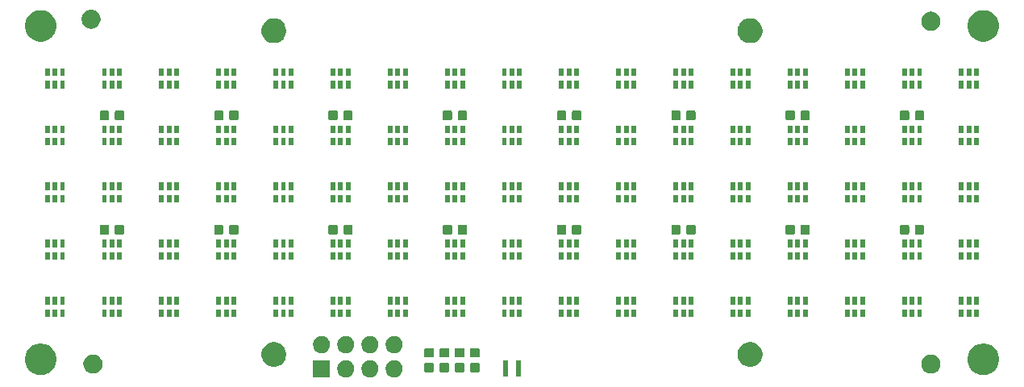
<source format=gbr>
G04 #@! TF.GenerationSoftware,KiCad,Pcbnew,(5.1.5-0-10_14)*
G04 #@! TF.CreationDate,2020-04-22T00:02:06+01:00*
G04 #@! TF.ProjectId,Display,44697370-6c61-4792-9e6b-696361645f70,rev?*
G04 #@! TF.SameCoordinates,Original*
G04 #@! TF.FileFunction,Soldermask,Top*
G04 #@! TF.FilePolarity,Negative*
%FSLAX46Y46*%
G04 Gerber Fmt 4.6, Leading zero omitted, Abs format (unit mm)*
G04 Created by KiCad (PCBNEW (5.1.5-0-10_14)) date 2020-04-22 00:02:06*
%MOMM*%
%LPD*%
G04 APERTURE LIST*
%ADD10C,0.100000*%
G04 APERTURE END LIST*
D10*
G36*
X169733512Y-89603927D02*
G01*
X169882812Y-89633624D01*
X170046784Y-89701544D01*
X170194354Y-89800147D01*
X170319853Y-89925646D01*
X170418456Y-90073216D01*
X170486376Y-90237188D01*
X170521000Y-90411259D01*
X170521000Y-90588741D01*
X170486376Y-90762812D01*
X170418456Y-90926784D01*
X170319853Y-91074354D01*
X170194354Y-91199853D01*
X170046784Y-91298456D01*
X169882812Y-91366376D01*
X169733512Y-91396073D01*
X169708742Y-91401000D01*
X169531258Y-91401000D01*
X169506488Y-91396073D01*
X169357188Y-91366376D01*
X169193216Y-91298456D01*
X169045646Y-91199853D01*
X168920147Y-91074354D01*
X168821544Y-90926784D01*
X168753624Y-90762812D01*
X168719000Y-90588741D01*
X168719000Y-90411259D01*
X168753624Y-90237188D01*
X168821544Y-90073216D01*
X168920147Y-89925646D01*
X169045646Y-89800147D01*
X169193216Y-89701544D01*
X169357188Y-89633624D01*
X169506488Y-89603927D01*
X169531258Y-89599000D01*
X169708742Y-89599000D01*
X169733512Y-89603927D01*
G37*
G36*
X167193512Y-89603927D02*
G01*
X167342812Y-89633624D01*
X167506784Y-89701544D01*
X167654354Y-89800147D01*
X167779853Y-89925646D01*
X167878456Y-90073216D01*
X167946376Y-90237188D01*
X167981000Y-90411259D01*
X167981000Y-90588741D01*
X167946376Y-90762812D01*
X167878456Y-90926784D01*
X167779853Y-91074354D01*
X167654354Y-91199853D01*
X167506784Y-91298456D01*
X167342812Y-91366376D01*
X167193512Y-91396073D01*
X167168742Y-91401000D01*
X166991258Y-91401000D01*
X166966488Y-91396073D01*
X166817188Y-91366376D01*
X166653216Y-91298456D01*
X166505646Y-91199853D01*
X166380147Y-91074354D01*
X166281544Y-90926784D01*
X166213624Y-90762812D01*
X166179000Y-90588741D01*
X166179000Y-90411259D01*
X166213624Y-90237188D01*
X166281544Y-90073216D01*
X166380147Y-89925646D01*
X166505646Y-89800147D01*
X166653216Y-89701544D01*
X166817188Y-89633624D01*
X166966488Y-89603927D01*
X166991258Y-89599000D01*
X167168742Y-89599000D01*
X167193512Y-89603927D01*
G37*
G36*
X164653512Y-89603927D02*
G01*
X164802812Y-89633624D01*
X164966784Y-89701544D01*
X165114354Y-89800147D01*
X165239853Y-89925646D01*
X165338456Y-90073216D01*
X165406376Y-90237188D01*
X165441000Y-90411259D01*
X165441000Y-90588741D01*
X165406376Y-90762812D01*
X165338456Y-90926784D01*
X165239853Y-91074354D01*
X165114354Y-91199853D01*
X164966784Y-91298456D01*
X164802812Y-91366376D01*
X164653512Y-91396073D01*
X164628742Y-91401000D01*
X164451258Y-91401000D01*
X164426488Y-91396073D01*
X164277188Y-91366376D01*
X164113216Y-91298456D01*
X163965646Y-91199853D01*
X163840147Y-91074354D01*
X163741544Y-90926784D01*
X163673624Y-90762812D01*
X163639000Y-90588741D01*
X163639000Y-90411259D01*
X163673624Y-90237188D01*
X163741544Y-90073216D01*
X163840147Y-89925646D01*
X163965646Y-89800147D01*
X164113216Y-89701544D01*
X164277188Y-89633624D01*
X164426488Y-89603927D01*
X164451258Y-89599000D01*
X164628742Y-89599000D01*
X164653512Y-89603927D01*
G37*
G36*
X162901000Y-91401000D02*
G01*
X161099000Y-91401000D01*
X161099000Y-89599000D01*
X162901000Y-89599000D01*
X162901000Y-91401000D01*
G37*
G36*
X182901000Y-91351000D02*
G01*
X182399000Y-91351000D01*
X182399000Y-89649000D01*
X182901000Y-89649000D01*
X182901000Y-91351000D01*
G37*
G36*
X181601000Y-91351000D02*
G01*
X181099000Y-91351000D01*
X181099000Y-89649000D01*
X181601000Y-89649000D01*
X181601000Y-91351000D01*
G37*
G36*
X231875256Y-87891298D02*
G01*
X231981579Y-87912447D01*
X232282042Y-88036903D01*
X232552451Y-88217585D01*
X232782415Y-88447549D01*
X232963097Y-88717958D01*
X233079923Y-89000000D01*
X233087553Y-89018422D01*
X233151000Y-89337389D01*
X233151000Y-89662611D01*
X233141909Y-89708312D01*
X233087553Y-89981579D01*
X232963097Y-90282042D01*
X232782415Y-90552451D01*
X232552451Y-90782415D01*
X232282042Y-90963097D01*
X231981579Y-91087553D01*
X231875256Y-91108702D01*
X231662611Y-91151000D01*
X231337389Y-91151000D01*
X231124744Y-91108702D01*
X231018421Y-91087553D01*
X230717958Y-90963097D01*
X230447549Y-90782415D01*
X230217585Y-90552451D01*
X230036903Y-90282042D01*
X229912447Y-89981579D01*
X229858091Y-89708312D01*
X229849000Y-89662611D01*
X229849000Y-89337389D01*
X229912447Y-89018422D01*
X229920078Y-89000000D01*
X230036903Y-88717958D01*
X230217585Y-88447549D01*
X230447549Y-88217585D01*
X230717958Y-88036903D01*
X231018421Y-87912447D01*
X231124744Y-87891298D01*
X231337389Y-87849000D01*
X231662611Y-87849000D01*
X231875256Y-87891298D01*
G37*
G36*
X132875256Y-87891298D02*
G01*
X132981579Y-87912447D01*
X133282042Y-88036903D01*
X133552451Y-88217585D01*
X133782415Y-88447549D01*
X133963097Y-88717958D01*
X134079923Y-89000000D01*
X134087553Y-89018422D01*
X134151000Y-89337389D01*
X134151000Y-89662611D01*
X134141909Y-89708312D01*
X134087553Y-89981579D01*
X133963097Y-90282042D01*
X133782415Y-90552451D01*
X133552451Y-90782415D01*
X133282042Y-90963097D01*
X132981579Y-91087553D01*
X132875256Y-91108702D01*
X132662611Y-91151000D01*
X132337389Y-91151000D01*
X132124744Y-91108702D01*
X132018421Y-91087553D01*
X131717958Y-90963097D01*
X131447549Y-90782415D01*
X131217585Y-90552451D01*
X131036903Y-90282042D01*
X130912447Y-89981579D01*
X130858091Y-89708312D01*
X130849000Y-89662611D01*
X130849000Y-89337389D01*
X130912447Y-89018422D01*
X130920078Y-89000000D01*
X131036903Y-88717958D01*
X131217585Y-88447549D01*
X131447549Y-88217585D01*
X131717958Y-88036903D01*
X132018421Y-87912447D01*
X132124744Y-87891298D01*
X132337389Y-87849000D01*
X132662611Y-87849000D01*
X132875256Y-87891298D01*
G37*
G36*
X226191101Y-89018421D02*
G01*
X226291689Y-89038429D01*
X226473678Y-89113811D01*
X226637463Y-89223249D01*
X226776751Y-89362537D01*
X226886189Y-89526322D01*
X226958768Y-89701544D01*
X226961571Y-89708312D01*
X227000000Y-89901507D01*
X227000000Y-90098493D01*
X226989171Y-90152932D01*
X226961571Y-90291689D01*
X226886189Y-90473678D01*
X226776751Y-90637463D01*
X226637463Y-90776751D01*
X226473678Y-90886189D01*
X226291689Y-90961571D01*
X226227290Y-90974381D01*
X226098493Y-91000000D01*
X225901507Y-91000000D01*
X225772710Y-90974381D01*
X225708311Y-90961571D01*
X225526322Y-90886189D01*
X225362537Y-90776751D01*
X225223249Y-90637463D01*
X225113811Y-90473678D01*
X225038429Y-90291689D01*
X225010829Y-90152932D01*
X225000000Y-90098493D01*
X225000000Y-89901507D01*
X225038429Y-89708312D01*
X225041232Y-89701544D01*
X225113811Y-89526322D01*
X225223249Y-89362537D01*
X225362537Y-89223249D01*
X225526322Y-89113811D01*
X225708311Y-89038429D01*
X225808899Y-89018421D01*
X225901507Y-89000000D01*
X226098493Y-89000000D01*
X226191101Y-89018421D01*
G37*
G36*
X138191101Y-89018421D02*
G01*
X138291689Y-89038429D01*
X138473678Y-89113811D01*
X138637463Y-89223249D01*
X138776751Y-89362537D01*
X138886189Y-89526322D01*
X138958768Y-89701544D01*
X138961571Y-89708312D01*
X139000000Y-89901507D01*
X139000000Y-90098493D01*
X138989171Y-90152932D01*
X138961571Y-90291689D01*
X138886189Y-90473678D01*
X138776751Y-90637463D01*
X138637463Y-90776751D01*
X138473678Y-90886189D01*
X138291689Y-90961571D01*
X138227290Y-90974381D01*
X138098493Y-91000000D01*
X137901507Y-91000000D01*
X137772710Y-90974381D01*
X137708311Y-90961571D01*
X137526322Y-90886189D01*
X137362537Y-90776751D01*
X137223249Y-90637463D01*
X137113811Y-90473678D01*
X137038429Y-90291689D01*
X137010829Y-90152932D01*
X137000000Y-90098493D01*
X137000000Y-89901507D01*
X137038429Y-89708312D01*
X137041232Y-89701544D01*
X137113811Y-89526322D01*
X137223249Y-89362537D01*
X137362537Y-89223249D01*
X137526322Y-89113811D01*
X137708311Y-89038429D01*
X137808899Y-89018421D01*
X137901507Y-89000000D01*
X138098493Y-89000000D01*
X138191101Y-89018421D01*
G37*
G36*
X178479591Y-89903085D02*
G01*
X178513569Y-89913393D01*
X178544890Y-89930134D01*
X178572339Y-89952661D01*
X178594866Y-89980110D01*
X178611607Y-90011431D01*
X178621915Y-90045409D01*
X178626000Y-90086890D01*
X178626000Y-90688110D01*
X178621915Y-90729591D01*
X178611607Y-90763569D01*
X178594866Y-90794890D01*
X178572339Y-90822339D01*
X178544890Y-90844866D01*
X178513569Y-90861607D01*
X178479591Y-90871915D01*
X178438110Y-90876000D01*
X177761890Y-90876000D01*
X177720409Y-90871915D01*
X177686431Y-90861607D01*
X177655110Y-90844866D01*
X177627661Y-90822339D01*
X177605134Y-90794890D01*
X177588393Y-90763569D01*
X177578085Y-90729591D01*
X177574000Y-90688110D01*
X177574000Y-90086890D01*
X177578085Y-90045409D01*
X177588393Y-90011431D01*
X177605134Y-89980110D01*
X177627661Y-89952661D01*
X177655110Y-89930134D01*
X177686431Y-89913393D01*
X177720409Y-89903085D01*
X177761890Y-89899000D01*
X178438110Y-89899000D01*
X178479591Y-89903085D01*
G37*
G36*
X176879591Y-89903085D02*
G01*
X176913569Y-89913393D01*
X176944890Y-89930134D01*
X176972339Y-89952661D01*
X176994866Y-89980110D01*
X177011607Y-90011431D01*
X177021915Y-90045409D01*
X177026000Y-90086890D01*
X177026000Y-90688110D01*
X177021915Y-90729591D01*
X177011607Y-90763569D01*
X176994866Y-90794890D01*
X176972339Y-90822339D01*
X176944890Y-90844866D01*
X176913569Y-90861607D01*
X176879591Y-90871915D01*
X176838110Y-90876000D01*
X176161890Y-90876000D01*
X176120409Y-90871915D01*
X176086431Y-90861607D01*
X176055110Y-90844866D01*
X176027661Y-90822339D01*
X176005134Y-90794890D01*
X175988393Y-90763569D01*
X175978085Y-90729591D01*
X175974000Y-90688110D01*
X175974000Y-90086890D01*
X175978085Y-90045409D01*
X175988393Y-90011431D01*
X176005134Y-89980110D01*
X176027661Y-89952661D01*
X176055110Y-89930134D01*
X176086431Y-89913393D01*
X176120409Y-89903085D01*
X176161890Y-89899000D01*
X176838110Y-89899000D01*
X176879591Y-89903085D01*
G37*
G36*
X173679591Y-89903085D02*
G01*
X173713569Y-89913393D01*
X173744890Y-89930134D01*
X173772339Y-89952661D01*
X173794866Y-89980110D01*
X173811607Y-90011431D01*
X173821915Y-90045409D01*
X173826000Y-90086890D01*
X173826000Y-90688110D01*
X173821915Y-90729591D01*
X173811607Y-90763569D01*
X173794866Y-90794890D01*
X173772339Y-90822339D01*
X173744890Y-90844866D01*
X173713569Y-90861607D01*
X173679591Y-90871915D01*
X173638110Y-90876000D01*
X172961890Y-90876000D01*
X172920409Y-90871915D01*
X172886431Y-90861607D01*
X172855110Y-90844866D01*
X172827661Y-90822339D01*
X172805134Y-90794890D01*
X172788393Y-90763569D01*
X172778085Y-90729591D01*
X172774000Y-90688110D01*
X172774000Y-90086890D01*
X172778085Y-90045409D01*
X172788393Y-90011431D01*
X172805134Y-89980110D01*
X172827661Y-89952661D01*
X172855110Y-89930134D01*
X172886431Y-89913393D01*
X172920409Y-89903085D01*
X172961890Y-89899000D01*
X173638110Y-89899000D01*
X173679591Y-89903085D01*
G37*
G36*
X175279591Y-89903085D02*
G01*
X175313569Y-89913393D01*
X175344890Y-89930134D01*
X175372339Y-89952661D01*
X175394866Y-89980110D01*
X175411607Y-90011431D01*
X175421915Y-90045409D01*
X175426000Y-90086890D01*
X175426000Y-90688110D01*
X175421915Y-90729591D01*
X175411607Y-90763569D01*
X175394866Y-90794890D01*
X175372339Y-90822339D01*
X175344890Y-90844866D01*
X175313569Y-90861607D01*
X175279591Y-90871915D01*
X175238110Y-90876000D01*
X174561890Y-90876000D01*
X174520409Y-90871915D01*
X174486431Y-90861607D01*
X174455110Y-90844866D01*
X174427661Y-90822339D01*
X174405134Y-90794890D01*
X174388393Y-90763569D01*
X174378085Y-90729591D01*
X174374000Y-90688110D01*
X174374000Y-90086890D01*
X174378085Y-90045409D01*
X174388393Y-90011431D01*
X174405134Y-89980110D01*
X174427661Y-89952661D01*
X174455110Y-89930134D01*
X174486431Y-89913393D01*
X174520409Y-89903085D01*
X174561890Y-89899000D01*
X175238110Y-89899000D01*
X175279591Y-89903085D01*
G37*
G36*
X157379487Y-87748996D02*
G01*
X157616253Y-87847068D01*
X157616255Y-87847069D01*
X157829339Y-87989447D01*
X158010553Y-88170661D01*
X158148866Y-88377661D01*
X158152932Y-88383747D01*
X158251004Y-88620513D01*
X158301000Y-88871861D01*
X158301000Y-89128139D01*
X158251004Y-89379487D01*
X158190182Y-89526324D01*
X158152931Y-89616255D01*
X158010553Y-89829339D01*
X157829339Y-90010553D01*
X157616255Y-90152931D01*
X157616254Y-90152932D01*
X157616253Y-90152932D01*
X157379487Y-90251004D01*
X157128139Y-90301000D01*
X156871861Y-90301000D01*
X156620513Y-90251004D01*
X156383747Y-90152932D01*
X156383746Y-90152932D01*
X156383745Y-90152931D01*
X156170661Y-90010553D01*
X155989447Y-89829339D01*
X155847069Y-89616255D01*
X155809818Y-89526324D01*
X155748996Y-89379487D01*
X155699000Y-89128139D01*
X155699000Y-88871861D01*
X155748996Y-88620513D01*
X155847068Y-88383747D01*
X155851135Y-88377661D01*
X155989447Y-88170661D01*
X156170661Y-87989447D01*
X156383745Y-87847069D01*
X156383747Y-87847068D01*
X156620513Y-87748996D01*
X156871861Y-87699000D01*
X157128139Y-87699000D01*
X157379487Y-87748996D01*
G37*
G36*
X207379487Y-87748996D02*
G01*
X207616253Y-87847068D01*
X207616255Y-87847069D01*
X207829339Y-87989447D01*
X208010553Y-88170661D01*
X208148866Y-88377661D01*
X208152932Y-88383747D01*
X208251004Y-88620513D01*
X208301000Y-88871861D01*
X208301000Y-89128139D01*
X208251004Y-89379487D01*
X208190182Y-89526324D01*
X208152931Y-89616255D01*
X208010553Y-89829339D01*
X207829339Y-90010553D01*
X207616255Y-90152931D01*
X207616254Y-90152932D01*
X207616253Y-90152932D01*
X207379487Y-90251004D01*
X207128139Y-90301000D01*
X206871861Y-90301000D01*
X206620513Y-90251004D01*
X206383747Y-90152932D01*
X206383746Y-90152932D01*
X206383745Y-90152931D01*
X206170661Y-90010553D01*
X205989447Y-89829339D01*
X205847069Y-89616255D01*
X205809818Y-89526324D01*
X205748996Y-89379487D01*
X205699000Y-89128139D01*
X205699000Y-88871861D01*
X205748996Y-88620513D01*
X205847068Y-88383747D01*
X205851135Y-88377661D01*
X205989447Y-88170661D01*
X206170661Y-87989447D01*
X206383745Y-87847069D01*
X206383747Y-87847068D01*
X206620513Y-87748996D01*
X206871861Y-87699000D01*
X207128139Y-87699000D01*
X207379487Y-87748996D01*
G37*
G36*
X176879591Y-88328085D02*
G01*
X176913569Y-88338393D01*
X176944890Y-88355134D01*
X176972339Y-88377661D01*
X176994866Y-88405110D01*
X177011607Y-88436431D01*
X177021915Y-88470409D01*
X177026000Y-88511890D01*
X177026000Y-89113110D01*
X177021915Y-89154591D01*
X177011607Y-89188569D01*
X176994866Y-89219890D01*
X176972339Y-89247339D01*
X176944890Y-89269866D01*
X176913569Y-89286607D01*
X176879591Y-89296915D01*
X176838110Y-89301000D01*
X176161890Y-89301000D01*
X176120409Y-89296915D01*
X176086431Y-89286607D01*
X176055110Y-89269866D01*
X176027661Y-89247339D01*
X176005134Y-89219890D01*
X175988393Y-89188569D01*
X175978085Y-89154591D01*
X175974000Y-89113110D01*
X175974000Y-88511890D01*
X175978085Y-88470409D01*
X175988393Y-88436431D01*
X176005134Y-88405110D01*
X176027661Y-88377661D01*
X176055110Y-88355134D01*
X176086431Y-88338393D01*
X176120409Y-88328085D01*
X176161890Y-88324000D01*
X176838110Y-88324000D01*
X176879591Y-88328085D01*
G37*
G36*
X178479591Y-88328085D02*
G01*
X178513569Y-88338393D01*
X178544890Y-88355134D01*
X178572339Y-88377661D01*
X178594866Y-88405110D01*
X178611607Y-88436431D01*
X178621915Y-88470409D01*
X178626000Y-88511890D01*
X178626000Y-89113110D01*
X178621915Y-89154591D01*
X178611607Y-89188569D01*
X178594866Y-89219890D01*
X178572339Y-89247339D01*
X178544890Y-89269866D01*
X178513569Y-89286607D01*
X178479591Y-89296915D01*
X178438110Y-89301000D01*
X177761890Y-89301000D01*
X177720409Y-89296915D01*
X177686431Y-89286607D01*
X177655110Y-89269866D01*
X177627661Y-89247339D01*
X177605134Y-89219890D01*
X177588393Y-89188569D01*
X177578085Y-89154591D01*
X177574000Y-89113110D01*
X177574000Y-88511890D01*
X177578085Y-88470409D01*
X177588393Y-88436431D01*
X177605134Y-88405110D01*
X177627661Y-88377661D01*
X177655110Y-88355134D01*
X177686431Y-88338393D01*
X177720409Y-88328085D01*
X177761890Y-88324000D01*
X178438110Y-88324000D01*
X178479591Y-88328085D01*
G37*
G36*
X175279591Y-88328085D02*
G01*
X175313569Y-88338393D01*
X175344890Y-88355134D01*
X175372339Y-88377661D01*
X175394866Y-88405110D01*
X175411607Y-88436431D01*
X175421915Y-88470409D01*
X175426000Y-88511890D01*
X175426000Y-89113110D01*
X175421915Y-89154591D01*
X175411607Y-89188569D01*
X175394866Y-89219890D01*
X175372339Y-89247339D01*
X175344890Y-89269866D01*
X175313569Y-89286607D01*
X175279591Y-89296915D01*
X175238110Y-89301000D01*
X174561890Y-89301000D01*
X174520409Y-89296915D01*
X174486431Y-89286607D01*
X174455110Y-89269866D01*
X174427661Y-89247339D01*
X174405134Y-89219890D01*
X174388393Y-89188569D01*
X174378085Y-89154591D01*
X174374000Y-89113110D01*
X174374000Y-88511890D01*
X174378085Y-88470409D01*
X174388393Y-88436431D01*
X174405134Y-88405110D01*
X174427661Y-88377661D01*
X174455110Y-88355134D01*
X174486431Y-88338393D01*
X174520409Y-88328085D01*
X174561890Y-88324000D01*
X175238110Y-88324000D01*
X175279591Y-88328085D01*
G37*
G36*
X173679591Y-88328085D02*
G01*
X173713569Y-88338393D01*
X173744890Y-88355134D01*
X173772339Y-88377661D01*
X173794866Y-88405110D01*
X173811607Y-88436431D01*
X173821915Y-88470409D01*
X173826000Y-88511890D01*
X173826000Y-89113110D01*
X173821915Y-89154591D01*
X173811607Y-89188569D01*
X173794866Y-89219890D01*
X173772339Y-89247339D01*
X173744890Y-89269866D01*
X173713569Y-89286607D01*
X173679591Y-89296915D01*
X173638110Y-89301000D01*
X172961890Y-89301000D01*
X172920409Y-89296915D01*
X172886431Y-89286607D01*
X172855110Y-89269866D01*
X172827661Y-89247339D01*
X172805134Y-89219890D01*
X172788393Y-89188569D01*
X172778085Y-89154591D01*
X172774000Y-89113110D01*
X172774000Y-88511890D01*
X172778085Y-88470409D01*
X172788393Y-88436431D01*
X172805134Y-88405110D01*
X172827661Y-88377661D01*
X172855110Y-88355134D01*
X172886431Y-88338393D01*
X172920409Y-88328085D01*
X172961890Y-88324000D01*
X173638110Y-88324000D01*
X173679591Y-88328085D01*
G37*
G36*
X162113512Y-87063927D02*
G01*
X162262812Y-87093624D01*
X162426784Y-87161544D01*
X162574354Y-87260147D01*
X162699853Y-87385646D01*
X162798456Y-87533216D01*
X162866376Y-87697188D01*
X162901000Y-87871259D01*
X162901000Y-88048741D01*
X162866376Y-88222812D01*
X162798456Y-88386784D01*
X162699853Y-88534354D01*
X162574354Y-88659853D01*
X162426784Y-88758456D01*
X162262812Y-88826376D01*
X162113512Y-88856073D01*
X162088742Y-88861000D01*
X161911258Y-88861000D01*
X161886488Y-88856073D01*
X161737188Y-88826376D01*
X161573216Y-88758456D01*
X161425646Y-88659853D01*
X161300147Y-88534354D01*
X161201544Y-88386784D01*
X161133624Y-88222812D01*
X161099000Y-88048741D01*
X161099000Y-87871259D01*
X161133624Y-87697188D01*
X161201544Y-87533216D01*
X161300147Y-87385646D01*
X161425646Y-87260147D01*
X161573216Y-87161544D01*
X161737188Y-87093624D01*
X161886488Y-87063927D01*
X161911258Y-87059000D01*
X162088742Y-87059000D01*
X162113512Y-87063927D01*
G37*
G36*
X169733512Y-87063927D02*
G01*
X169882812Y-87093624D01*
X170046784Y-87161544D01*
X170194354Y-87260147D01*
X170319853Y-87385646D01*
X170418456Y-87533216D01*
X170486376Y-87697188D01*
X170521000Y-87871259D01*
X170521000Y-88048741D01*
X170486376Y-88222812D01*
X170418456Y-88386784D01*
X170319853Y-88534354D01*
X170194354Y-88659853D01*
X170046784Y-88758456D01*
X169882812Y-88826376D01*
X169733512Y-88856073D01*
X169708742Y-88861000D01*
X169531258Y-88861000D01*
X169506488Y-88856073D01*
X169357188Y-88826376D01*
X169193216Y-88758456D01*
X169045646Y-88659853D01*
X168920147Y-88534354D01*
X168821544Y-88386784D01*
X168753624Y-88222812D01*
X168719000Y-88048741D01*
X168719000Y-87871259D01*
X168753624Y-87697188D01*
X168821544Y-87533216D01*
X168920147Y-87385646D01*
X169045646Y-87260147D01*
X169193216Y-87161544D01*
X169357188Y-87093624D01*
X169506488Y-87063927D01*
X169531258Y-87059000D01*
X169708742Y-87059000D01*
X169733512Y-87063927D01*
G37*
G36*
X167193512Y-87063927D02*
G01*
X167342812Y-87093624D01*
X167506784Y-87161544D01*
X167654354Y-87260147D01*
X167779853Y-87385646D01*
X167878456Y-87533216D01*
X167946376Y-87697188D01*
X167981000Y-87871259D01*
X167981000Y-88048741D01*
X167946376Y-88222812D01*
X167878456Y-88386784D01*
X167779853Y-88534354D01*
X167654354Y-88659853D01*
X167506784Y-88758456D01*
X167342812Y-88826376D01*
X167193512Y-88856073D01*
X167168742Y-88861000D01*
X166991258Y-88861000D01*
X166966488Y-88856073D01*
X166817188Y-88826376D01*
X166653216Y-88758456D01*
X166505646Y-88659853D01*
X166380147Y-88534354D01*
X166281544Y-88386784D01*
X166213624Y-88222812D01*
X166179000Y-88048741D01*
X166179000Y-87871259D01*
X166213624Y-87697188D01*
X166281544Y-87533216D01*
X166380147Y-87385646D01*
X166505646Y-87260147D01*
X166653216Y-87161544D01*
X166817188Y-87093624D01*
X166966488Y-87063927D01*
X166991258Y-87059000D01*
X167168742Y-87059000D01*
X167193512Y-87063927D01*
G37*
G36*
X164653512Y-87063927D02*
G01*
X164802812Y-87093624D01*
X164966784Y-87161544D01*
X165114354Y-87260147D01*
X165239853Y-87385646D01*
X165338456Y-87533216D01*
X165406376Y-87697188D01*
X165441000Y-87871259D01*
X165441000Y-88048741D01*
X165406376Y-88222812D01*
X165338456Y-88386784D01*
X165239853Y-88534354D01*
X165114354Y-88659853D01*
X164966784Y-88758456D01*
X164802812Y-88826376D01*
X164653512Y-88856073D01*
X164628742Y-88861000D01*
X164451258Y-88861000D01*
X164426488Y-88856073D01*
X164277188Y-88826376D01*
X164113216Y-88758456D01*
X163965646Y-88659853D01*
X163840147Y-88534354D01*
X163741544Y-88386784D01*
X163673624Y-88222812D01*
X163639000Y-88048741D01*
X163639000Y-87871259D01*
X163673624Y-87697188D01*
X163741544Y-87533216D01*
X163840147Y-87385646D01*
X163965646Y-87260147D01*
X164113216Y-87161544D01*
X164277188Y-87093624D01*
X164426488Y-87063927D01*
X164451258Y-87059000D01*
X164628742Y-87059000D01*
X164653512Y-87063927D01*
G37*
G36*
X176251000Y-85051000D02*
G01*
X175749000Y-85051000D01*
X175749000Y-84249000D01*
X176251000Y-84249000D01*
X176251000Y-85051000D01*
G37*
G36*
X175451000Y-85051000D02*
G01*
X174949000Y-85051000D01*
X174949000Y-84249000D01*
X175451000Y-84249000D01*
X175451000Y-85051000D01*
G37*
G36*
X171051000Y-85051000D02*
G01*
X170549000Y-85051000D01*
X170549000Y-84249000D01*
X171051000Y-84249000D01*
X171051000Y-85051000D01*
G37*
G36*
X170251000Y-85051000D02*
G01*
X169749000Y-85051000D01*
X169749000Y-84249000D01*
X170251000Y-84249000D01*
X170251000Y-85051000D01*
G37*
G36*
X169451000Y-85051000D02*
G01*
X168949000Y-85051000D01*
X168949000Y-84249000D01*
X169451000Y-84249000D01*
X169451000Y-85051000D01*
G37*
G36*
X165051000Y-85051000D02*
G01*
X164549000Y-85051000D01*
X164549000Y-84249000D01*
X165051000Y-84249000D01*
X165051000Y-85051000D01*
G37*
G36*
X164251000Y-85051000D02*
G01*
X163749000Y-85051000D01*
X163749000Y-84249000D01*
X164251000Y-84249000D01*
X164251000Y-85051000D01*
G37*
G36*
X163451000Y-85051000D02*
G01*
X162949000Y-85051000D01*
X162949000Y-84249000D01*
X163451000Y-84249000D01*
X163451000Y-85051000D01*
G37*
G36*
X159051000Y-85051000D02*
G01*
X158549000Y-85051000D01*
X158549000Y-84249000D01*
X159051000Y-84249000D01*
X159051000Y-85051000D01*
G37*
G36*
X158251000Y-85051000D02*
G01*
X157749000Y-85051000D01*
X157749000Y-84249000D01*
X158251000Y-84249000D01*
X158251000Y-85051000D01*
G37*
G36*
X157451000Y-85051000D02*
G01*
X156949000Y-85051000D01*
X156949000Y-84249000D01*
X157451000Y-84249000D01*
X157451000Y-85051000D01*
G37*
G36*
X153051000Y-85051000D02*
G01*
X152549000Y-85051000D01*
X152549000Y-84249000D01*
X153051000Y-84249000D01*
X153051000Y-85051000D01*
G37*
G36*
X152251000Y-85051000D02*
G01*
X151749000Y-85051000D01*
X151749000Y-84249000D01*
X152251000Y-84249000D01*
X152251000Y-85051000D01*
G37*
G36*
X151451000Y-85051000D02*
G01*
X150949000Y-85051000D01*
X150949000Y-84249000D01*
X151451000Y-84249000D01*
X151451000Y-85051000D01*
G37*
G36*
X147051000Y-85051000D02*
G01*
X146549000Y-85051000D01*
X146549000Y-84249000D01*
X147051000Y-84249000D01*
X147051000Y-85051000D01*
G37*
G36*
X146251000Y-85051000D02*
G01*
X145749000Y-85051000D01*
X145749000Y-84249000D01*
X146251000Y-84249000D01*
X146251000Y-85051000D01*
G37*
G36*
X145451000Y-85051000D02*
G01*
X144949000Y-85051000D01*
X144949000Y-84249000D01*
X145451000Y-84249000D01*
X145451000Y-85051000D01*
G37*
G36*
X141051000Y-85051000D02*
G01*
X140549000Y-85051000D01*
X140549000Y-84249000D01*
X141051000Y-84249000D01*
X141051000Y-85051000D01*
G37*
G36*
X140251000Y-85051000D02*
G01*
X139749000Y-85051000D01*
X139749000Y-84249000D01*
X140251000Y-84249000D01*
X140251000Y-85051000D01*
G37*
G36*
X139451000Y-85051000D02*
G01*
X138949000Y-85051000D01*
X138949000Y-84249000D01*
X139451000Y-84249000D01*
X139451000Y-85051000D01*
G37*
G36*
X135051000Y-85051000D02*
G01*
X134549000Y-85051000D01*
X134549000Y-84249000D01*
X135051000Y-84249000D01*
X135051000Y-85051000D01*
G37*
G36*
X134251000Y-85051000D02*
G01*
X133749000Y-85051000D01*
X133749000Y-84249000D01*
X134251000Y-84249000D01*
X134251000Y-85051000D01*
G37*
G36*
X133451000Y-85051000D02*
G01*
X132949000Y-85051000D01*
X132949000Y-84249000D01*
X133451000Y-84249000D01*
X133451000Y-85051000D01*
G37*
G36*
X206251000Y-85051000D02*
G01*
X205749000Y-85051000D01*
X205749000Y-84249000D01*
X206251000Y-84249000D01*
X206251000Y-85051000D01*
G37*
G36*
X205451000Y-85051000D02*
G01*
X204949000Y-85051000D01*
X204949000Y-84249000D01*
X205451000Y-84249000D01*
X205451000Y-85051000D01*
G37*
G36*
X201051000Y-85051000D02*
G01*
X200549000Y-85051000D01*
X200549000Y-84249000D01*
X201051000Y-84249000D01*
X201051000Y-85051000D01*
G37*
G36*
X177051000Y-85051000D02*
G01*
X176549000Y-85051000D01*
X176549000Y-84249000D01*
X177051000Y-84249000D01*
X177051000Y-85051000D01*
G37*
G36*
X183051000Y-85051000D02*
G01*
X182549000Y-85051000D01*
X182549000Y-84249000D01*
X183051000Y-84249000D01*
X183051000Y-85051000D01*
G37*
G36*
X182251000Y-85051000D02*
G01*
X181749000Y-85051000D01*
X181749000Y-84249000D01*
X182251000Y-84249000D01*
X182251000Y-85051000D01*
G37*
G36*
X181451000Y-85051000D02*
G01*
X180949000Y-85051000D01*
X180949000Y-84249000D01*
X181451000Y-84249000D01*
X181451000Y-85051000D01*
G37*
G36*
X189051000Y-85051000D02*
G01*
X188549000Y-85051000D01*
X188549000Y-84249000D01*
X189051000Y-84249000D01*
X189051000Y-85051000D01*
G37*
G36*
X188251000Y-85051000D02*
G01*
X187749000Y-85051000D01*
X187749000Y-84249000D01*
X188251000Y-84249000D01*
X188251000Y-85051000D01*
G37*
G36*
X187451000Y-85051000D02*
G01*
X186949000Y-85051000D01*
X186949000Y-84249000D01*
X187451000Y-84249000D01*
X187451000Y-85051000D01*
G37*
G36*
X195051000Y-85051000D02*
G01*
X194549000Y-85051000D01*
X194549000Y-84249000D01*
X195051000Y-84249000D01*
X195051000Y-85051000D01*
G37*
G36*
X194251000Y-85051000D02*
G01*
X193749000Y-85051000D01*
X193749000Y-84249000D01*
X194251000Y-84249000D01*
X194251000Y-85051000D01*
G37*
G36*
X193451000Y-85051000D02*
G01*
X192949000Y-85051000D01*
X192949000Y-84249000D01*
X193451000Y-84249000D01*
X193451000Y-85051000D01*
G37*
G36*
X200251000Y-85051000D02*
G01*
X199749000Y-85051000D01*
X199749000Y-84249000D01*
X200251000Y-84249000D01*
X200251000Y-85051000D01*
G37*
G36*
X199451000Y-85051000D02*
G01*
X198949000Y-85051000D01*
X198949000Y-84249000D01*
X199451000Y-84249000D01*
X199451000Y-85051000D01*
G37*
G36*
X207051000Y-85051000D02*
G01*
X206549000Y-85051000D01*
X206549000Y-84249000D01*
X207051000Y-84249000D01*
X207051000Y-85051000D01*
G37*
G36*
X213051000Y-85051000D02*
G01*
X212549000Y-85051000D01*
X212549000Y-84249000D01*
X213051000Y-84249000D01*
X213051000Y-85051000D01*
G37*
G36*
X212251000Y-85051000D02*
G01*
X211749000Y-85051000D01*
X211749000Y-84249000D01*
X212251000Y-84249000D01*
X212251000Y-85051000D01*
G37*
G36*
X211451000Y-85051000D02*
G01*
X210949000Y-85051000D01*
X210949000Y-84249000D01*
X211451000Y-84249000D01*
X211451000Y-85051000D01*
G37*
G36*
X219051000Y-85051000D02*
G01*
X218549000Y-85051000D01*
X218549000Y-84249000D01*
X219051000Y-84249000D01*
X219051000Y-85051000D01*
G37*
G36*
X218251000Y-85051000D02*
G01*
X217749000Y-85051000D01*
X217749000Y-84249000D01*
X218251000Y-84249000D01*
X218251000Y-85051000D01*
G37*
G36*
X217451000Y-85051000D02*
G01*
X216949000Y-85051000D01*
X216949000Y-84249000D01*
X217451000Y-84249000D01*
X217451000Y-85051000D01*
G37*
G36*
X225051000Y-85051000D02*
G01*
X224549000Y-85051000D01*
X224549000Y-84249000D01*
X225051000Y-84249000D01*
X225051000Y-85051000D01*
G37*
G36*
X224251000Y-85051000D02*
G01*
X223749000Y-85051000D01*
X223749000Y-84249000D01*
X224251000Y-84249000D01*
X224251000Y-85051000D01*
G37*
G36*
X223451000Y-85051000D02*
G01*
X222949000Y-85051000D01*
X222949000Y-84249000D01*
X223451000Y-84249000D01*
X223451000Y-85051000D01*
G37*
G36*
X229451000Y-85051000D02*
G01*
X228949000Y-85051000D01*
X228949000Y-84249000D01*
X229451000Y-84249000D01*
X229451000Y-85051000D01*
G37*
G36*
X230251000Y-85051000D02*
G01*
X229749000Y-85051000D01*
X229749000Y-84249000D01*
X230251000Y-84249000D01*
X230251000Y-85051000D01*
G37*
G36*
X231051000Y-85051000D02*
G01*
X230549000Y-85051000D01*
X230549000Y-84249000D01*
X231051000Y-84249000D01*
X231051000Y-85051000D01*
G37*
G36*
X230251000Y-83751000D02*
G01*
X229749000Y-83751000D01*
X229749000Y-82949000D01*
X230251000Y-82949000D01*
X230251000Y-83751000D01*
G37*
G36*
X231051000Y-83751000D02*
G01*
X230549000Y-83751000D01*
X230549000Y-82949000D01*
X231051000Y-82949000D01*
X231051000Y-83751000D01*
G37*
G36*
X229451000Y-83751000D02*
G01*
X228949000Y-83751000D01*
X228949000Y-82949000D01*
X229451000Y-82949000D01*
X229451000Y-83751000D01*
G37*
G36*
X223451000Y-83751000D02*
G01*
X222949000Y-83751000D01*
X222949000Y-82949000D01*
X223451000Y-82949000D01*
X223451000Y-83751000D01*
G37*
G36*
X224251000Y-83751000D02*
G01*
X223749000Y-83751000D01*
X223749000Y-82949000D01*
X224251000Y-82949000D01*
X224251000Y-83751000D01*
G37*
G36*
X133451000Y-83751000D02*
G01*
X132949000Y-83751000D01*
X132949000Y-82949000D01*
X133451000Y-82949000D01*
X133451000Y-83751000D01*
G37*
G36*
X134251000Y-83751000D02*
G01*
X133749000Y-83751000D01*
X133749000Y-82949000D01*
X134251000Y-82949000D01*
X134251000Y-83751000D01*
G37*
G36*
X225051000Y-83751000D02*
G01*
X224549000Y-83751000D01*
X224549000Y-82949000D01*
X225051000Y-82949000D01*
X225051000Y-83751000D01*
G37*
G36*
X135051000Y-83751000D02*
G01*
X134549000Y-83751000D01*
X134549000Y-82949000D01*
X135051000Y-82949000D01*
X135051000Y-83751000D01*
G37*
G36*
X217451000Y-83751000D02*
G01*
X216949000Y-83751000D01*
X216949000Y-82949000D01*
X217451000Y-82949000D01*
X217451000Y-83751000D01*
G37*
G36*
X218251000Y-83751000D02*
G01*
X217749000Y-83751000D01*
X217749000Y-82949000D01*
X218251000Y-82949000D01*
X218251000Y-83751000D01*
G37*
G36*
X139451000Y-83751000D02*
G01*
X138949000Y-83751000D01*
X138949000Y-82949000D01*
X139451000Y-82949000D01*
X139451000Y-83751000D01*
G37*
G36*
X140251000Y-83751000D02*
G01*
X139749000Y-83751000D01*
X139749000Y-82949000D01*
X140251000Y-82949000D01*
X140251000Y-83751000D01*
G37*
G36*
X219051000Y-83751000D02*
G01*
X218549000Y-83751000D01*
X218549000Y-82949000D01*
X219051000Y-82949000D01*
X219051000Y-83751000D01*
G37*
G36*
X141051000Y-83751000D02*
G01*
X140549000Y-83751000D01*
X140549000Y-82949000D01*
X141051000Y-82949000D01*
X141051000Y-83751000D01*
G37*
G36*
X211451000Y-83751000D02*
G01*
X210949000Y-83751000D01*
X210949000Y-82949000D01*
X211451000Y-82949000D01*
X211451000Y-83751000D01*
G37*
G36*
X212251000Y-83751000D02*
G01*
X211749000Y-83751000D01*
X211749000Y-82949000D01*
X212251000Y-82949000D01*
X212251000Y-83751000D01*
G37*
G36*
X145451000Y-83751000D02*
G01*
X144949000Y-83751000D01*
X144949000Y-82949000D01*
X145451000Y-82949000D01*
X145451000Y-83751000D01*
G37*
G36*
X146251000Y-83751000D02*
G01*
X145749000Y-83751000D01*
X145749000Y-82949000D01*
X146251000Y-82949000D01*
X146251000Y-83751000D01*
G37*
G36*
X213051000Y-83751000D02*
G01*
X212549000Y-83751000D01*
X212549000Y-82949000D01*
X213051000Y-82949000D01*
X213051000Y-83751000D01*
G37*
G36*
X147051000Y-83751000D02*
G01*
X146549000Y-83751000D01*
X146549000Y-82949000D01*
X147051000Y-82949000D01*
X147051000Y-83751000D01*
G37*
G36*
X205451000Y-83751000D02*
G01*
X204949000Y-83751000D01*
X204949000Y-82949000D01*
X205451000Y-82949000D01*
X205451000Y-83751000D01*
G37*
G36*
X206251000Y-83751000D02*
G01*
X205749000Y-83751000D01*
X205749000Y-82949000D01*
X206251000Y-82949000D01*
X206251000Y-83751000D01*
G37*
G36*
X151451000Y-83751000D02*
G01*
X150949000Y-83751000D01*
X150949000Y-82949000D01*
X151451000Y-82949000D01*
X151451000Y-83751000D01*
G37*
G36*
X152251000Y-83751000D02*
G01*
X151749000Y-83751000D01*
X151749000Y-82949000D01*
X152251000Y-82949000D01*
X152251000Y-83751000D01*
G37*
G36*
X207051000Y-83751000D02*
G01*
X206549000Y-83751000D01*
X206549000Y-82949000D01*
X207051000Y-82949000D01*
X207051000Y-83751000D01*
G37*
G36*
X153051000Y-83751000D02*
G01*
X152549000Y-83751000D01*
X152549000Y-82949000D01*
X153051000Y-82949000D01*
X153051000Y-83751000D01*
G37*
G36*
X199451000Y-83751000D02*
G01*
X198949000Y-83751000D01*
X198949000Y-82949000D01*
X199451000Y-82949000D01*
X199451000Y-83751000D01*
G37*
G36*
X200251000Y-83751000D02*
G01*
X199749000Y-83751000D01*
X199749000Y-82949000D01*
X200251000Y-82949000D01*
X200251000Y-83751000D01*
G37*
G36*
X157451000Y-83751000D02*
G01*
X156949000Y-83751000D01*
X156949000Y-82949000D01*
X157451000Y-82949000D01*
X157451000Y-83751000D01*
G37*
G36*
X158251000Y-83751000D02*
G01*
X157749000Y-83751000D01*
X157749000Y-82949000D01*
X158251000Y-82949000D01*
X158251000Y-83751000D01*
G37*
G36*
X201051000Y-83751000D02*
G01*
X200549000Y-83751000D01*
X200549000Y-82949000D01*
X201051000Y-82949000D01*
X201051000Y-83751000D01*
G37*
G36*
X159051000Y-83751000D02*
G01*
X158549000Y-83751000D01*
X158549000Y-82949000D01*
X159051000Y-82949000D01*
X159051000Y-83751000D01*
G37*
G36*
X193451000Y-83751000D02*
G01*
X192949000Y-83751000D01*
X192949000Y-82949000D01*
X193451000Y-82949000D01*
X193451000Y-83751000D01*
G37*
G36*
X194251000Y-83751000D02*
G01*
X193749000Y-83751000D01*
X193749000Y-82949000D01*
X194251000Y-82949000D01*
X194251000Y-83751000D01*
G37*
G36*
X163451000Y-83751000D02*
G01*
X162949000Y-83751000D01*
X162949000Y-82949000D01*
X163451000Y-82949000D01*
X163451000Y-83751000D01*
G37*
G36*
X164251000Y-83751000D02*
G01*
X163749000Y-83751000D01*
X163749000Y-82949000D01*
X164251000Y-82949000D01*
X164251000Y-83751000D01*
G37*
G36*
X195051000Y-83751000D02*
G01*
X194549000Y-83751000D01*
X194549000Y-82949000D01*
X195051000Y-82949000D01*
X195051000Y-83751000D01*
G37*
G36*
X165051000Y-83751000D02*
G01*
X164549000Y-83751000D01*
X164549000Y-82949000D01*
X165051000Y-82949000D01*
X165051000Y-83751000D01*
G37*
G36*
X187451000Y-83751000D02*
G01*
X186949000Y-83751000D01*
X186949000Y-82949000D01*
X187451000Y-82949000D01*
X187451000Y-83751000D01*
G37*
G36*
X188251000Y-83751000D02*
G01*
X187749000Y-83751000D01*
X187749000Y-82949000D01*
X188251000Y-82949000D01*
X188251000Y-83751000D01*
G37*
G36*
X169451000Y-83751000D02*
G01*
X168949000Y-83751000D01*
X168949000Y-82949000D01*
X169451000Y-82949000D01*
X169451000Y-83751000D01*
G37*
G36*
X170251000Y-83751000D02*
G01*
X169749000Y-83751000D01*
X169749000Y-82949000D01*
X170251000Y-82949000D01*
X170251000Y-83751000D01*
G37*
G36*
X189051000Y-83751000D02*
G01*
X188549000Y-83751000D01*
X188549000Y-82949000D01*
X189051000Y-82949000D01*
X189051000Y-83751000D01*
G37*
G36*
X171051000Y-83751000D02*
G01*
X170549000Y-83751000D01*
X170549000Y-82949000D01*
X171051000Y-82949000D01*
X171051000Y-83751000D01*
G37*
G36*
X181451000Y-83751000D02*
G01*
X180949000Y-83751000D01*
X180949000Y-82949000D01*
X181451000Y-82949000D01*
X181451000Y-83751000D01*
G37*
G36*
X182251000Y-83751000D02*
G01*
X181749000Y-83751000D01*
X181749000Y-82949000D01*
X182251000Y-82949000D01*
X182251000Y-83751000D01*
G37*
G36*
X175451000Y-83751000D02*
G01*
X174949000Y-83751000D01*
X174949000Y-82949000D01*
X175451000Y-82949000D01*
X175451000Y-83751000D01*
G37*
G36*
X176251000Y-83751000D02*
G01*
X175749000Y-83751000D01*
X175749000Y-82949000D01*
X176251000Y-82949000D01*
X176251000Y-83751000D01*
G37*
G36*
X183051000Y-83751000D02*
G01*
X182549000Y-83751000D01*
X182549000Y-82949000D01*
X183051000Y-82949000D01*
X183051000Y-83751000D01*
G37*
G36*
X177051000Y-83751000D02*
G01*
X176549000Y-83751000D01*
X176549000Y-82949000D01*
X177051000Y-82949000D01*
X177051000Y-83751000D01*
G37*
G36*
X141051000Y-79051000D02*
G01*
X140549000Y-79051000D01*
X140549000Y-78249000D01*
X141051000Y-78249000D01*
X141051000Y-79051000D01*
G37*
G36*
X231051000Y-79051000D02*
G01*
X230549000Y-79051000D01*
X230549000Y-78249000D01*
X231051000Y-78249000D01*
X231051000Y-79051000D01*
G37*
G36*
X145451000Y-79051000D02*
G01*
X144949000Y-79051000D01*
X144949000Y-78249000D01*
X145451000Y-78249000D01*
X145451000Y-79051000D01*
G37*
G36*
X230251000Y-79051000D02*
G01*
X229749000Y-79051000D01*
X229749000Y-78249000D01*
X230251000Y-78249000D01*
X230251000Y-79051000D01*
G37*
G36*
X229451000Y-79051000D02*
G01*
X228949000Y-79051000D01*
X228949000Y-78249000D01*
X229451000Y-78249000D01*
X229451000Y-79051000D01*
G37*
G36*
X146251000Y-79051000D02*
G01*
X145749000Y-79051000D01*
X145749000Y-78249000D01*
X146251000Y-78249000D01*
X146251000Y-79051000D01*
G37*
G36*
X147051000Y-79051000D02*
G01*
X146549000Y-79051000D01*
X146549000Y-78249000D01*
X147051000Y-78249000D01*
X147051000Y-79051000D01*
G37*
G36*
X225051000Y-79051000D02*
G01*
X224549000Y-79051000D01*
X224549000Y-78249000D01*
X225051000Y-78249000D01*
X225051000Y-79051000D01*
G37*
G36*
X151451000Y-79051000D02*
G01*
X150949000Y-79051000D01*
X150949000Y-78249000D01*
X151451000Y-78249000D01*
X151451000Y-79051000D01*
G37*
G36*
X224251000Y-79051000D02*
G01*
X223749000Y-79051000D01*
X223749000Y-78249000D01*
X224251000Y-78249000D01*
X224251000Y-79051000D01*
G37*
G36*
X223451000Y-79051000D02*
G01*
X222949000Y-79051000D01*
X222949000Y-78249000D01*
X223451000Y-78249000D01*
X223451000Y-79051000D01*
G37*
G36*
X152251000Y-79051000D02*
G01*
X151749000Y-79051000D01*
X151749000Y-78249000D01*
X152251000Y-78249000D01*
X152251000Y-79051000D01*
G37*
G36*
X153051000Y-79051000D02*
G01*
X152549000Y-79051000D01*
X152549000Y-78249000D01*
X153051000Y-78249000D01*
X153051000Y-79051000D01*
G37*
G36*
X219051000Y-79051000D02*
G01*
X218549000Y-79051000D01*
X218549000Y-78249000D01*
X219051000Y-78249000D01*
X219051000Y-79051000D01*
G37*
G36*
X157451000Y-79051000D02*
G01*
X156949000Y-79051000D01*
X156949000Y-78249000D01*
X157451000Y-78249000D01*
X157451000Y-79051000D01*
G37*
G36*
X218251000Y-79051000D02*
G01*
X217749000Y-79051000D01*
X217749000Y-78249000D01*
X218251000Y-78249000D01*
X218251000Y-79051000D01*
G37*
G36*
X217451000Y-79051000D02*
G01*
X216949000Y-79051000D01*
X216949000Y-78249000D01*
X217451000Y-78249000D01*
X217451000Y-79051000D01*
G37*
G36*
X158251000Y-79051000D02*
G01*
X157749000Y-79051000D01*
X157749000Y-78249000D01*
X158251000Y-78249000D01*
X158251000Y-79051000D01*
G37*
G36*
X159051000Y-79051000D02*
G01*
X158549000Y-79051000D01*
X158549000Y-78249000D01*
X159051000Y-78249000D01*
X159051000Y-79051000D01*
G37*
G36*
X213051000Y-79051000D02*
G01*
X212549000Y-79051000D01*
X212549000Y-78249000D01*
X213051000Y-78249000D01*
X213051000Y-79051000D01*
G37*
G36*
X163451000Y-79051000D02*
G01*
X162949000Y-79051000D01*
X162949000Y-78249000D01*
X163451000Y-78249000D01*
X163451000Y-79051000D01*
G37*
G36*
X212251000Y-79051000D02*
G01*
X211749000Y-79051000D01*
X211749000Y-78249000D01*
X212251000Y-78249000D01*
X212251000Y-79051000D01*
G37*
G36*
X211451000Y-79051000D02*
G01*
X210949000Y-79051000D01*
X210949000Y-78249000D01*
X211451000Y-78249000D01*
X211451000Y-79051000D01*
G37*
G36*
X164251000Y-79051000D02*
G01*
X163749000Y-79051000D01*
X163749000Y-78249000D01*
X164251000Y-78249000D01*
X164251000Y-79051000D01*
G37*
G36*
X165051000Y-79051000D02*
G01*
X164549000Y-79051000D01*
X164549000Y-78249000D01*
X165051000Y-78249000D01*
X165051000Y-79051000D01*
G37*
G36*
X207051000Y-79051000D02*
G01*
X206549000Y-79051000D01*
X206549000Y-78249000D01*
X207051000Y-78249000D01*
X207051000Y-79051000D01*
G37*
G36*
X169451000Y-79051000D02*
G01*
X168949000Y-79051000D01*
X168949000Y-78249000D01*
X169451000Y-78249000D01*
X169451000Y-79051000D01*
G37*
G36*
X206251000Y-79051000D02*
G01*
X205749000Y-79051000D01*
X205749000Y-78249000D01*
X206251000Y-78249000D01*
X206251000Y-79051000D01*
G37*
G36*
X205451000Y-79051000D02*
G01*
X204949000Y-79051000D01*
X204949000Y-78249000D01*
X205451000Y-78249000D01*
X205451000Y-79051000D01*
G37*
G36*
X170251000Y-79051000D02*
G01*
X169749000Y-79051000D01*
X169749000Y-78249000D01*
X170251000Y-78249000D01*
X170251000Y-79051000D01*
G37*
G36*
X171051000Y-79051000D02*
G01*
X170549000Y-79051000D01*
X170549000Y-78249000D01*
X171051000Y-78249000D01*
X171051000Y-79051000D01*
G37*
G36*
X140251000Y-79051000D02*
G01*
X139749000Y-79051000D01*
X139749000Y-78249000D01*
X140251000Y-78249000D01*
X140251000Y-79051000D01*
G37*
G36*
X201051000Y-79051000D02*
G01*
X200549000Y-79051000D01*
X200549000Y-78249000D01*
X201051000Y-78249000D01*
X201051000Y-79051000D01*
G37*
G36*
X175451000Y-79051000D02*
G01*
X174949000Y-79051000D01*
X174949000Y-78249000D01*
X175451000Y-78249000D01*
X175451000Y-79051000D01*
G37*
G36*
X200251000Y-79051000D02*
G01*
X199749000Y-79051000D01*
X199749000Y-78249000D01*
X200251000Y-78249000D01*
X200251000Y-79051000D01*
G37*
G36*
X199451000Y-79051000D02*
G01*
X198949000Y-79051000D01*
X198949000Y-78249000D01*
X199451000Y-78249000D01*
X199451000Y-79051000D01*
G37*
G36*
X176251000Y-79051000D02*
G01*
X175749000Y-79051000D01*
X175749000Y-78249000D01*
X176251000Y-78249000D01*
X176251000Y-79051000D01*
G37*
G36*
X177051000Y-79051000D02*
G01*
X176549000Y-79051000D01*
X176549000Y-78249000D01*
X177051000Y-78249000D01*
X177051000Y-79051000D01*
G37*
G36*
X195051000Y-79051000D02*
G01*
X194549000Y-79051000D01*
X194549000Y-78249000D01*
X195051000Y-78249000D01*
X195051000Y-79051000D01*
G37*
G36*
X181451000Y-79051000D02*
G01*
X180949000Y-79051000D01*
X180949000Y-78249000D01*
X181451000Y-78249000D01*
X181451000Y-79051000D01*
G37*
G36*
X194251000Y-79051000D02*
G01*
X193749000Y-79051000D01*
X193749000Y-78249000D01*
X194251000Y-78249000D01*
X194251000Y-79051000D01*
G37*
G36*
X193451000Y-79051000D02*
G01*
X192949000Y-79051000D01*
X192949000Y-78249000D01*
X193451000Y-78249000D01*
X193451000Y-79051000D01*
G37*
G36*
X182251000Y-79051000D02*
G01*
X181749000Y-79051000D01*
X181749000Y-78249000D01*
X182251000Y-78249000D01*
X182251000Y-79051000D01*
G37*
G36*
X183051000Y-79051000D02*
G01*
X182549000Y-79051000D01*
X182549000Y-78249000D01*
X183051000Y-78249000D01*
X183051000Y-79051000D01*
G37*
G36*
X189051000Y-79051000D02*
G01*
X188549000Y-79051000D01*
X188549000Y-78249000D01*
X189051000Y-78249000D01*
X189051000Y-79051000D01*
G37*
G36*
X187451000Y-79051000D02*
G01*
X186949000Y-79051000D01*
X186949000Y-78249000D01*
X187451000Y-78249000D01*
X187451000Y-79051000D01*
G37*
G36*
X188251000Y-79051000D02*
G01*
X187749000Y-79051000D01*
X187749000Y-78249000D01*
X188251000Y-78249000D01*
X188251000Y-79051000D01*
G37*
G36*
X133451000Y-79051000D02*
G01*
X132949000Y-79051000D01*
X132949000Y-78249000D01*
X133451000Y-78249000D01*
X133451000Y-79051000D01*
G37*
G36*
X139451000Y-79051000D02*
G01*
X138949000Y-79051000D01*
X138949000Y-78249000D01*
X139451000Y-78249000D01*
X139451000Y-79051000D01*
G37*
G36*
X135051000Y-79051000D02*
G01*
X134549000Y-79051000D01*
X134549000Y-78249000D01*
X135051000Y-78249000D01*
X135051000Y-79051000D01*
G37*
G36*
X134251000Y-79051000D02*
G01*
X133749000Y-79051000D01*
X133749000Y-78249000D01*
X134251000Y-78249000D01*
X134251000Y-79051000D01*
G37*
G36*
X134251000Y-77751000D02*
G01*
X133749000Y-77751000D01*
X133749000Y-76949000D01*
X134251000Y-76949000D01*
X134251000Y-77751000D01*
G37*
G36*
X133451000Y-77751000D02*
G01*
X132949000Y-77751000D01*
X132949000Y-76949000D01*
X133451000Y-76949000D01*
X133451000Y-77751000D01*
G37*
G36*
X145451000Y-77751000D02*
G01*
X144949000Y-77751000D01*
X144949000Y-76949000D01*
X145451000Y-76949000D01*
X145451000Y-77751000D01*
G37*
G36*
X146251000Y-77751000D02*
G01*
X145749000Y-77751000D01*
X145749000Y-76949000D01*
X146251000Y-76949000D01*
X146251000Y-77751000D01*
G37*
G36*
X147051000Y-77751000D02*
G01*
X146549000Y-77751000D01*
X146549000Y-76949000D01*
X147051000Y-76949000D01*
X147051000Y-77751000D01*
G37*
G36*
X151451000Y-77751000D02*
G01*
X150949000Y-77751000D01*
X150949000Y-76949000D01*
X151451000Y-76949000D01*
X151451000Y-77751000D01*
G37*
G36*
X152251000Y-77751000D02*
G01*
X151749000Y-77751000D01*
X151749000Y-76949000D01*
X152251000Y-76949000D01*
X152251000Y-77751000D01*
G37*
G36*
X153051000Y-77751000D02*
G01*
X152549000Y-77751000D01*
X152549000Y-76949000D01*
X153051000Y-76949000D01*
X153051000Y-77751000D01*
G37*
G36*
X157451000Y-77751000D02*
G01*
X156949000Y-77751000D01*
X156949000Y-76949000D01*
X157451000Y-76949000D01*
X157451000Y-77751000D01*
G37*
G36*
X158251000Y-77751000D02*
G01*
X157749000Y-77751000D01*
X157749000Y-76949000D01*
X158251000Y-76949000D01*
X158251000Y-77751000D01*
G37*
G36*
X159051000Y-77751000D02*
G01*
X158549000Y-77751000D01*
X158549000Y-76949000D01*
X159051000Y-76949000D01*
X159051000Y-77751000D01*
G37*
G36*
X163451000Y-77751000D02*
G01*
X162949000Y-77751000D01*
X162949000Y-76949000D01*
X163451000Y-76949000D01*
X163451000Y-77751000D01*
G37*
G36*
X164251000Y-77751000D02*
G01*
X163749000Y-77751000D01*
X163749000Y-76949000D01*
X164251000Y-76949000D01*
X164251000Y-77751000D01*
G37*
G36*
X165051000Y-77751000D02*
G01*
X164549000Y-77751000D01*
X164549000Y-76949000D01*
X165051000Y-76949000D01*
X165051000Y-77751000D01*
G37*
G36*
X169451000Y-77751000D02*
G01*
X168949000Y-77751000D01*
X168949000Y-76949000D01*
X169451000Y-76949000D01*
X169451000Y-77751000D01*
G37*
G36*
X170251000Y-77751000D02*
G01*
X169749000Y-77751000D01*
X169749000Y-76949000D01*
X170251000Y-76949000D01*
X170251000Y-77751000D01*
G37*
G36*
X135051000Y-77751000D02*
G01*
X134549000Y-77751000D01*
X134549000Y-76949000D01*
X135051000Y-76949000D01*
X135051000Y-77751000D01*
G37*
G36*
X139451000Y-77751000D02*
G01*
X138949000Y-77751000D01*
X138949000Y-76949000D01*
X139451000Y-76949000D01*
X139451000Y-77751000D01*
G37*
G36*
X140251000Y-77751000D02*
G01*
X139749000Y-77751000D01*
X139749000Y-76949000D01*
X140251000Y-76949000D01*
X140251000Y-77751000D01*
G37*
G36*
X141051000Y-77751000D02*
G01*
X140549000Y-77751000D01*
X140549000Y-76949000D01*
X141051000Y-76949000D01*
X141051000Y-77751000D01*
G37*
G36*
X171051000Y-77751000D02*
G01*
X170549000Y-77751000D01*
X170549000Y-76949000D01*
X171051000Y-76949000D01*
X171051000Y-77751000D01*
G37*
G36*
X175451000Y-77751000D02*
G01*
X174949000Y-77751000D01*
X174949000Y-76949000D01*
X175451000Y-76949000D01*
X175451000Y-77751000D01*
G37*
G36*
X176251000Y-77751000D02*
G01*
X175749000Y-77751000D01*
X175749000Y-76949000D01*
X176251000Y-76949000D01*
X176251000Y-77751000D01*
G37*
G36*
X177051000Y-77751000D02*
G01*
X176549000Y-77751000D01*
X176549000Y-76949000D01*
X177051000Y-76949000D01*
X177051000Y-77751000D01*
G37*
G36*
X181451000Y-77751000D02*
G01*
X180949000Y-77751000D01*
X180949000Y-76949000D01*
X181451000Y-76949000D01*
X181451000Y-77751000D01*
G37*
G36*
X182251000Y-77751000D02*
G01*
X181749000Y-77751000D01*
X181749000Y-76949000D01*
X182251000Y-76949000D01*
X182251000Y-77751000D01*
G37*
G36*
X183051000Y-77751000D02*
G01*
X182549000Y-77751000D01*
X182549000Y-76949000D01*
X183051000Y-76949000D01*
X183051000Y-77751000D01*
G37*
G36*
X187451000Y-77751000D02*
G01*
X186949000Y-77751000D01*
X186949000Y-76949000D01*
X187451000Y-76949000D01*
X187451000Y-77751000D01*
G37*
G36*
X188251000Y-77751000D02*
G01*
X187749000Y-77751000D01*
X187749000Y-76949000D01*
X188251000Y-76949000D01*
X188251000Y-77751000D01*
G37*
G36*
X189051000Y-77751000D02*
G01*
X188549000Y-77751000D01*
X188549000Y-76949000D01*
X189051000Y-76949000D01*
X189051000Y-77751000D01*
G37*
G36*
X193451000Y-77751000D02*
G01*
X192949000Y-77751000D01*
X192949000Y-76949000D01*
X193451000Y-76949000D01*
X193451000Y-77751000D01*
G37*
G36*
X194251000Y-77751000D02*
G01*
X193749000Y-77751000D01*
X193749000Y-76949000D01*
X194251000Y-76949000D01*
X194251000Y-77751000D01*
G37*
G36*
X195051000Y-77751000D02*
G01*
X194549000Y-77751000D01*
X194549000Y-76949000D01*
X195051000Y-76949000D01*
X195051000Y-77751000D01*
G37*
G36*
X199451000Y-77751000D02*
G01*
X198949000Y-77751000D01*
X198949000Y-76949000D01*
X199451000Y-76949000D01*
X199451000Y-77751000D01*
G37*
G36*
X200251000Y-77751000D02*
G01*
X199749000Y-77751000D01*
X199749000Y-76949000D01*
X200251000Y-76949000D01*
X200251000Y-77751000D01*
G37*
G36*
X201051000Y-77751000D02*
G01*
X200549000Y-77751000D01*
X200549000Y-76949000D01*
X201051000Y-76949000D01*
X201051000Y-77751000D01*
G37*
G36*
X205451000Y-77751000D02*
G01*
X204949000Y-77751000D01*
X204949000Y-76949000D01*
X205451000Y-76949000D01*
X205451000Y-77751000D01*
G37*
G36*
X206251000Y-77751000D02*
G01*
X205749000Y-77751000D01*
X205749000Y-76949000D01*
X206251000Y-76949000D01*
X206251000Y-77751000D01*
G37*
G36*
X207051000Y-77751000D02*
G01*
X206549000Y-77751000D01*
X206549000Y-76949000D01*
X207051000Y-76949000D01*
X207051000Y-77751000D01*
G37*
G36*
X211451000Y-77751000D02*
G01*
X210949000Y-77751000D01*
X210949000Y-76949000D01*
X211451000Y-76949000D01*
X211451000Y-77751000D01*
G37*
G36*
X212251000Y-77751000D02*
G01*
X211749000Y-77751000D01*
X211749000Y-76949000D01*
X212251000Y-76949000D01*
X212251000Y-77751000D01*
G37*
G36*
X213051000Y-77751000D02*
G01*
X212549000Y-77751000D01*
X212549000Y-76949000D01*
X213051000Y-76949000D01*
X213051000Y-77751000D01*
G37*
G36*
X217451000Y-77751000D02*
G01*
X216949000Y-77751000D01*
X216949000Y-76949000D01*
X217451000Y-76949000D01*
X217451000Y-77751000D01*
G37*
G36*
X218251000Y-77751000D02*
G01*
X217749000Y-77751000D01*
X217749000Y-76949000D01*
X218251000Y-76949000D01*
X218251000Y-77751000D01*
G37*
G36*
X219051000Y-77751000D02*
G01*
X218549000Y-77751000D01*
X218549000Y-76949000D01*
X219051000Y-76949000D01*
X219051000Y-77751000D01*
G37*
G36*
X223451000Y-77751000D02*
G01*
X222949000Y-77751000D01*
X222949000Y-76949000D01*
X223451000Y-76949000D01*
X223451000Y-77751000D01*
G37*
G36*
X224251000Y-77751000D02*
G01*
X223749000Y-77751000D01*
X223749000Y-76949000D01*
X224251000Y-76949000D01*
X224251000Y-77751000D01*
G37*
G36*
X225051000Y-77751000D02*
G01*
X224549000Y-77751000D01*
X224549000Y-76949000D01*
X225051000Y-76949000D01*
X225051000Y-77751000D01*
G37*
G36*
X229451000Y-77751000D02*
G01*
X228949000Y-77751000D01*
X228949000Y-76949000D01*
X229451000Y-76949000D01*
X229451000Y-77751000D01*
G37*
G36*
X230251000Y-77751000D02*
G01*
X229749000Y-77751000D01*
X229749000Y-76949000D01*
X230251000Y-76949000D01*
X230251000Y-77751000D01*
G37*
G36*
X231051000Y-77751000D02*
G01*
X230549000Y-77751000D01*
X230549000Y-76949000D01*
X231051000Y-76949000D01*
X231051000Y-77751000D01*
G37*
G36*
X201129591Y-75378085D02*
G01*
X201163569Y-75388393D01*
X201194890Y-75405134D01*
X201222339Y-75427661D01*
X201244866Y-75455110D01*
X201261607Y-75486431D01*
X201271915Y-75520409D01*
X201276000Y-75561890D01*
X201276000Y-76238110D01*
X201271915Y-76279591D01*
X201261607Y-76313569D01*
X201244866Y-76344890D01*
X201222339Y-76372339D01*
X201194890Y-76394866D01*
X201163569Y-76411607D01*
X201129591Y-76421915D01*
X201088110Y-76426000D01*
X200486890Y-76426000D01*
X200445409Y-76421915D01*
X200411431Y-76411607D01*
X200380110Y-76394866D01*
X200352661Y-76372339D01*
X200330134Y-76344890D01*
X200313393Y-76313569D01*
X200303085Y-76279591D01*
X200299000Y-76238110D01*
X200299000Y-75561890D01*
X200303085Y-75520409D01*
X200313393Y-75486431D01*
X200330134Y-75455110D01*
X200352661Y-75427661D01*
X200380110Y-75405134D01*
X200411431Y-75388393D01*
X200445409Y-75378085D01*
X200486890Y-75374000D01*
X201088110Y-75374000D01*
X201129591Y-75378085D01*
G37*
G36*
X199554591Y-75378085D02*
G01*
X199588569Y-75388393D01*
X199619890Y-75405134D01*
X199647339Y-75427661D01*
X199669866Y-75455110D01*
X199686607Y-75486431D01*
X199696915Y-75520409D01*
X199701000Y-75561890D01*
X199701000Y-76238110D01*
X199696915Y-76279591D01*
X199686607Y-76313569D01*
X199669866Y-76344890D01*
X199647339Y-76372339D01*
X199619890Y-76394866D01*
X199588569Y-76411607D01*
X199554591Y-76421915D01*
X199513110Y-76426000D01*
X198911890Y-76426000D01*
X198870409Y-76421915D01*
X198836431Y-76411607D01*
X198805110Y-76394866D01*
X198777661Y-76372339D01*
X198755134Y-76344890D01*
X198738393Y-76313569D01*
X198728085Y-76279591D01*
X198724000Y-76238110D01*
X198724000Y-75561890D01*
X198728085Y-75520409D01*
X198738393Y-75486431D01*
X198755134Y-75455110D01*
X198777661Y-75427661D01*
X198805110Y-75405134D01*
X198836431Y-75388393D01*
X198870409Y-75378085D01*
X198911890Y-75374000D01*
X199513110Y-75374000D01*
X199554591Y-75378085D01*
G37*
G36*
X211554591Y-75378085D02*
G01*
X211588569Y-75388393D01*
X211619890Y-75405134D01*
X211647339Y-75427661D01*
X211669866Y-75455110D01*
X211686607Y-75486431D01*
X211696915Y-75520409D01*
X211701000Y-75561890D01*
X211701000Y-76238110D01*
X211696915Y-76279591D01*
X211686607Y-76313569D01*
X211669866Y-76344890D01*
X211647339Y-76372339D01*
X211619890Y-76394866D01*
X211588569Y-76411607D01*
X211554591Y-76421915D01*
X211513110Y-76426000D01*
X210911890Y-76426000D01*
X210870409Y-76421915D01*
X210836431Y-76411607D01*
X210805110Y-76394866D01*
X210777661Y-76372339D01*
X210755134Y-76344890D01*
X210738393Y-76313569D01*
X210728085Y-76279591D01*
X210724000Y-76238110D01*
X210724000Y-75561890D01*
X210728085Y-75520409D01*
X210738393Y-75486431D01*
X210755134Y-75455110D01*
X210777661Y-75427661D01*
X210805110Y-75405134D01*
X210836431Y-75388393D01*
X210870409Y-75378085D01*
X210911890Y-75374000D01*
X211513110Y-75374000D01*
X211554591Y-75378085D01*
G37*
G36*
X213129591Y-75378085D02*
G01*
X213163569Y-75388393D01*
X213194890Y-75405134D01*
X213222339Y-75427661D01*
X213244866Y-75455110D01*
X213261607Y-75486431D01*
X213271915Y-75520409D01*
X213276000Y-75561890D01*
X213276000Y-76238110D01*
X213271915Y-76279591D01*
X213261607Y-76313569D01*
X213244866Y-76344890D01*
X213222339Y-76372339D01*
X213194890Y-76394866D01*
X213163569Y-76411607D01*
X213129591Y-76421915D01*
X213088110Y-76426000D01*
X212486890Y-76426000D01*
X212445409Y-76421915D01*
X212411431Y-76411607D01*
X212380110Y-76394866D01*
X212352661Y-76372339D01*
X212330134Y-76344890D01*
X212313393Y-76313569D01*
X212303085Y-76279591D01*
X212299000Y-76238110D01*
X212299000Y-75561890D01*
X212303085Y-75520409D01*
X212313393Y-75486431D01*
X212330134Y-75455110D01*
X212352661Y-75427661D01*
X212380110Y-75405134D01*
X212411431Y-75388393D01*
X212445409Y-75378085D01*
X212486890Y-75374000D01*
X213088110Y-75374000D01*
X213129591Y-75378085D01*
G37*
G36*
X223554591Y-75378085D02*
G01*
X223588569Y-75388393D01*
X223619890Y-75405134D01*
X223647339Y-75427661D01*
X223669866Y-75455110D01*
X223686607Y-75486431D01*
X223696915Y-75520409D01*
X223701000Y-75561890D01*
X223701000Y-76238110D01*
X223696915Y-76279591D01*
X223686607Y-76313569D01*
X223669866Y-76344890D01*
X223647339Y-76372339D01*
X223619890Y-76394866D01*
X223588569Y-76411607D01*
X223554591Y-76421915D01*
X223513110Y-76426000D01*
X222911890Y-76426000D01*
X222870409Y-76421915D01*
X222836431Y-76411607D01*
X222805110Y-76394866D01*
X222777661Y-76372339D01*
X222755134Y-76344890D01*
X222738393Y-76313569D01*
X222728085Y-76279591D01*
X222724000Y-76238110D01*
X222724000Y-75561890D01*
X222728085Y-75520409D01*
X222738393Y-75486431D01*
X222755134Y-75455110D01*
X222777661Y-75427661D01*
X222805110Y-75405134D01*
X222836431Y-75388393D01*
X222870409Y-75378085D01*
X222911890Y-75374000D01*
X223513110Y-75374000D01*
X223554591Y-75378085D01*
G37*
G36*
X225129591Y-75378085D02*
G01*
X225163569Y-75388393D01*
X225194890Y-75405134D01*
X225222339Y-75427661D01*
X225244866Y-75455110D01*
X225261607Y-75486431D01*
X225271915Y-75520409D01*
X225276000Y-75561890D01*
X225276000Y-76238110D01*
X225271915Y-76279591D01*
X225261607Y-76313569D01*
X225244866Y-76344890D01*
X225222339Y-76372339D01*
X225194890Y-76394866D01*
X225163569Y-76411607D01*
X225129591Y-76421915D01*
X225088110Y-76426000D01*
X224486890Y-76426000D01*
X224445409Y-76421915D01*
X224411431Y-76411607D01*
X224380110Y-76394866D01*
X224352661Y-76372339D01*
X224330134Y-76344890D01*
X224313393Y-76313569D01*
X224303085Y-76279591D01*
X224299000Y-76238110D01*
X224299000Y-75561890D01*
X224303085Y-75520409D01*
X224313393Y-75486431D01*
X224330134Y-75455110D01*
X224352661Y-75427661D01*
X224380110Y-75405134D01*
X224411431Y-75388393D01*
X224445409Y-75378085D01*
X224486890Y-75374000D01*
X225088110Y-75374000D01*
X225129591Y-75378085D01*
G37*
G36*
X189129591Y-75378085D02*
G01*
X189163569Y-75388393D01*
X189194890Y-75405134D01*
X189222339Y-75427661D01*
X189244866Y-75455110D01*
X189261607Y-75486431D01*
X189271915Y-75520409D01*
X189276000Y-75561890D01*
X189276000Y-76238110D01*
X189271915Y-76279591D01*
X189261607Y-76313569D01*
X189244866Y-76344890D01*
X189222339Y-76372339D01*
X189194890Y-76394866D01*
X189163569Y-76411607D01*
X189129591Y-76421915D01*
X189088110Y-76426000D01*
X188486890Y-76426000D01*
X188445409Y-76421915D01*
X188411431Y-76411607D01*
X188380110Y-76394866D01*
X188352661Y-76372339D01*
X188330134Y-76344890D01*
X188313393Y-76313569D01*
X188303085Y-76279591D01*
X188299000Y-76238110D01*
X188299000Y-75561890D01*
X188303085Y-75520409D01*
X188313393Y-75486431D01*
X188330134Y-75455110D01*
X188352661Y-75427661D01*
X188380110Y-75405134D01*
X188411431Y-75388393D01*
X188445409Y-75378085D01*
X188486890Y-75374000D01*
X189088110Y-75374000D01*
X189129591Y-75378085D01*
G37*
G36*
X187554591Y-75378085D02*
G01*
X187588569Y-75388393D01*
X187619890Y-75405134D01*
X187647339Y-75427661D01*
X187669866Y-75455110D01*
X187686607Y-75486431D01*
X187696915Y-75520409D01*
X187701000Y-75561890D01*
X187701000Y-76238110D01*
X187696915Y-76279591D01*
X187686607Y-76313569D01*
X187669866Y-76344890D01*
X187647339Y-76372339D01*
X187619890Y-76394866D01*
X187588569Y-76411607D01*
X187554591Y-76421915D01*
X187513110Y-76426000D01*
X186911890Y-76426000D01*
X186870409Y-76421915D01*
X186836431Y-76411607D01*
X186805110Y-76394866D01*
X186777661Y-76372339D01*
X186755134Y-76344890D01*
X186738393Y-76313569D01*
X186728085Y-76279591D01*
X186724000Y-76238110D01*
X186724000Y-75561890D01*
X186728085Y-75520409D01*
X186738393Y-75486431D01*
X186755134Y-75455110D01*
X186777661Y-75427661D01*
X186805110Y-75405134D01*
X186836431Y-75388393D01*
X186870409Y-75378085D01*
X186911890Y-75374000D01*
X187513110Y-75374000D01*
X187554591Y-75378085D01*
G37*
G36*
X175554591Y-75378085D02*
G01*
X175588569Y-75388393D01*
X175619890Y-75405134D01*
X175647339Y-75427661D01*
X175669866Y-75455110D01*
X175686607Y-75486431D01*
X175696915Y-75520409D01*
X175701000Y-75561890D01*
X175701000Y-76238110D01*
X175696915Y-76279591D01*
X175686607Y-76313569D01*
X175669866Y-76344890D01*
X175647339Y-76372339D01*
X175619890Y-76394866D01*
X175588569Y-76411607D01*
X175554591Y-76421915D01*
X175513110Y-76426000D01*
X174911890Y-76426000D01*
X174870409Y-76421915D01*
X174836431Y-76411607D01*
X174805110Y-76394866D01*
X174777661Y-76372339D01*
X174755134Y-76344890D01*
X174738393Y-76313569D01*
X174728085Y-76279591D01*
X174724000Y-76238110D01*
X174724000Y-75561890D01*
X174728085Y-75520409D01*
X174738393Y-75486431D01*
X174755134Y-75455110D01*
X174777661Y-75427661D01*
X174805110Y-75405134D01*
X174836431Y-75388393D01*
X174870409Y-75378085D01*
X174911890Y-75374000D01*
X175513110Y-75374000D01*
X175554591Y-75378085D01*
G37*
G36*
X177129591Y-75378085D02*
G01*
X177163569Y-75388393D01*
X177194890Y-75405134D01*
X177222339Y-75427661D01*
X177244866Y-75455110D01*
X177261607Y-75486431D01*
X177271915Y-75520409D01*
X177276000Y-75561890D01*
X177276000Y-76238110D01*
X177271915Y-76279591D01*
X177261607Y-76313569D01*
X177244866Y-76344890D01*
X177222339Y-76372339D01*
X177194890Y-76394866D01*
X177163569Y-76411607D01*
X177129591Y-76421915D01*
X177088110Y-76426000D01*
X176486890Y-76426000D01*
X176445409Y-76421915D01*
X176411431Y-76411607D01*
X176380110Y-76394866D01*
X176352661Y-76372339D01*
X176330134Y-76344890D01*
X176313393Y-76313569D01*
X176303085Y-76279591D01*
X176299000Y-76238110D01*
X176299000Y-75561890D01*
X176303085Y-75520409D01*
X176313393Y-75486431D01*
X176330134Y-75455110D01*
X176352661Y-75427661D01*
X176380110Y-75405134D01*
X176411431Y-75388393D01*
X176445409Y-75378085D01*
X176486890Y-75374000D01*
X177088110Y-75374000D01*
X177129591Y-75378085D01*
G37*
G36*
X165129591Y-75378085D02*
G01*
X165163569Y-75388393D01*
X165194890Y-75405134D01*
X165222339Y-75427661D01*
X165244866Y-75455110D01*
X165261607Y-75486431D01*
X165271915Y-75520409D01*
X165276000Y-75561890D01*
X165276000Y-76238110D01*
X165271915Y-76279591D01*
X165261607Y-76313569D01*
X165244866Y-76344890D01*
X165222339Y-76372339D01*
X165194890Y-76394866D01*
X165163569Y-76411607D01*
X165129591Y-76421915D01*
X165088110Y-76426000D01*
X164486890Y-76426000D01*
X164445409Y-76421915D01*
X164411431Y-76411607D01*
X164380110Y-76394866D01*
X164352661Y-76372339D01*
X164330134Y-76344890D01*
X164313393Y-76313569D01*
X164303085Y-76279591D01*
X164299000Y-76238110D01*
X164299000Y-75561890D01*
X164303085Y-75520409D01*
X164313393Y-75486431D01*
X164330134Y-75455110D01*
X164352661Y-75427661D01*
X164380110Y-75405134D01*
X164411431Y-75388393D01*
X164445409Y-75378085D01*
X164486890Y-75374000D01*
X165088110Y-75374000D01*
X165129591Y-75378085D01*
G37*
G36*
X163554591Y-75378085D02*
G01*
X163588569Y-75388393D01*
X163619890Y-75405134D01*
X163647339Y-75427661D01*
X163669866Y-75455110D01*
X163686607Y-75486431D01*
X163696915Y-75520409D01*
X163701000Y-75561890D01*
X163701000Y-76238110D01*
X163696915Y-76279591D01*
X163686607Y-76313569D01*
X163669866Y-76344890D01*
X163647339Y-76372339D01*
X163619890Y-76394866D01*
X163588569Y-76411607D01*
X163554591Y-76421915D01*
X163513110Y-76426000D01*
X162911890Y-76426000D01*
X162870409Y-76421915D01*
X162836431Y-76411607D01*
X162805110Y-76394866D01*
X162777661Y-76372339D01*
X162755134Y-76344890D01*
X162738393Y-76313569D01*
X162728085Y-76279591D01*
X162724000Y-76238110D01*
X162724000Y-75561890D01*
X162728085Y-75520409D01*
X162738393Y-75486431D01*
X162755134Y-75455110D01*
X162777661Y-75427661D01*
X162805110Y-75405134D01*
X162836431Y-75388393D01*
X162870409Y-75378085D01*
X162911890Y-75374000D01*
X163513110Y-75374000D01*
X163554591Y-75378085D01*
G37*
G36*
X151554591Y-75378085D02*
G01*
X151588569Y-75388393D01*
X151619890Y-75405134D01*
X151647339Y-75427661D01*
X151669866Y-75455110D01*
X151686607Y-75486431D01*
X151696915Y-75520409D01*
X151701000Y-75561890D01*
X151701000Y-76238110D01*
X151696915Y-76279591D01*
X151686607Y-76313569D01*
X151669866Y-76344890D01*
X151647339Y-76372339D01*
X151619890Y-76394866D01*
X151588569Y-76411607D01*
X151554591Y-76421915D01*
X151513110Y-76426000D01*
X150911890Y-76426000D01*
X150870409Y-76421915D01*
X150836431Y-76411607D01*
X150805110Y-76394866D01*
X150777661Y-76372339D01*
X150755134Y-76344890D01*
X150738393Y-76313569D01*
X150728085Y-76279591D01*
X150724000Y-76238110D01*
X150724000Y-75561890D01*
X150728085Y-75520409D01*
X150738393Y-75486431D01*
X150755134Y-75455110D01*
X150777661Y-75427661D01*
X150805110Y-75405134D01*
X150836431Y-75388393D01*
X150870409Y-75378085D01*
X150911890Y-75374000D01*
X151513110Y-75374000D01*
X151554591Y-75378085D01*
G37*
G36*
X153129591Y-75378085D02*
G01*
X153163569Y-75388393D01*
X153194890Y-75405134D01*
X153222339Y-75427661D01*
X153244866Y-75455110D01*
X153261607Y-75486431D01*
X153271915Y-75520409D01*
X153276000Y-75561890D01*
X153276000Y-76238110D01*
X153271915Y-76279591D01*
X153261607Y-76313569D01*
X153244866Y-76344890D01*
X153222339Y-76372339D01*
X153194890Y-76394866D01*
X153163569Y-76411607D01*
X153129591Y-76421915D01*
X153088110Y-76426000D01*
X152486890Y-76426000D01*
X152445409Y-76421915D01*
X152411431Y-76411607D01*
X152380110Y-76394866D01*
X152352661Y-76372339D01*
X152330134Y-76344890D01*
X152313393Y-76313569D01*
X152303085Y-76279591D01*
X152299000Y-76238110D01*
X152299000Y-75561890D01*
X152303085Y-75520409D01*
X152313393Y-75486431D01*
X152330134Y-75455110D01*
X152352661Y-75427661D01*
X152380110Y-75405134D01*
X152411431Y-75388393D01*
X152445409Y-75378085D01*
X152486890Y-75374000D01*
X153088110Y-75374000D01*
X153129591Y-75378085D01*
G37*
G36*
X141129591Y-75378085D02*
G01*
X141163569Y-75388393D01*
X141194890Y-75405134D01*
X141222339Y-75427661D01*
X141244866Y-75455110D01*
X141261607Y-75486431D01*
X141271915Y-75520409D01*
X141276000Y-75561890D01*
X141276000Y-76238110D01*
X141271915Y-76279591D01*
X141261607Y-76313569D01*
X141244866Y-76344890D01*
X141222339Y-76372339D01*
X141194890Y-76394866D01*
X141163569Y-76411607D01*
X141129591Y-76421915D01*
X141088110Y-76426000D01*
X140486890Y-76426000D01*
X140445409Y-76421915D01*
X140411431Y-76411607D01*
X140380110Y-76394866D01*
X140352661Y-76372339D01*
X140330134Y-76344890D01*
X140313393Y-76313569D01*
X140303085Y-76279591D01*
X140299000Y-76238110D01*
X140299000Y-75561890D01*
X140303085Y-75520409D01*
X140313393Y-75486431D01*
X140330134Y-75455110D01*
X140352661Y-75427661D01*
X140380110Y-75405134D01*
X140411431Y-75388393D01*
X140445409Y-75378085D01*
X140486890Y-75374000D01*
X141088110Y-75374000D01*
X141129591Y-75378085D01*
G37*
G36*
X139554591Y-75378085D02*
G01*
X139588569Y-75388393D01*
X139619890Y-75405134D01*
X139647339Y-75427661D01*
X139669866Y-75455110D01*
X139686607Y-75486431D01*
X139696915Y-75520409D01*
X139701000Y-75561890D01*
X139701000Y-76238110D01*
X139696915Y-76279591D01*
X139686607Y-76313569D01*
X139669866Y-76344890D01*
X139647339Y-76372339D01*
X139619890Y-76394866D01*
X139588569Y-76411607D01*
X139554591Y-76421915D01*
X139513110Y-76426000D01*
X138911890Y-76426000D01*
X138870409Y-76421915D01*
X138836431Y-76411607D01*
X138805110Y-76394866D01*
X138777661Y-76372339D01*
X138755134Y-76344890D01*
X138738393Y-76313569D01*
X138728085Y-76279591D01*
X138724000Y-76238110D01*
X138724000Y-75561890D01*
X138728085Y-75520409D01*
X138738393Y-75486431D01*
X138755134Y-75455110D01*
X138777661Y-75427661D01*
X138805110Y-75405134D01*
X138836431Y-75388393D01*
X138870409Y-75378085D01*
X138911890Y-75374000D01*
X139513110Y-75374000D01*
X139554591Y-75378085D01*
G37*
G36*
X146251000Y-73051000D02*
G01*
X145749000Y-73051000D01*
X145749000Y-72249000D01*
X146251000Y-72249000D01*
X146251000Y-73051000D01*
G37*
G36*
X212251000Y-73051000D02*
G01*
X211749000Y-73051000D01*
X211749000Y-72249000D01*
X212251000Y-72249000D01*
X212251000Y-73051000D01*
G37*
G36*
X231051000Y-73051000D02*
G01*
X230549000Y-73051000D01*
X230549000Y-72249000D01*
X231051000Y-72249000D01*
X231051000Y-73051000D01*
G37*
G36*
X134251000Y-73051000D02*
G01*
X133749000Y-73051000D01*
X133749000Y-72249000D01*
X134251000Y-72249000D01*
X134251000Y-73051000D01*
G37*
G36*
X133451000Y-73051000D02*
G01*
X132949000Y-73051000D01*
X132949000Y-72249000D01*
X133451000Y-72249000D01*
X133451000Y-73051000D01*
G37*
G36*
X141051000Y-73051000D02*
G01*
X140549000Y-73051000D01*
X140549000Y-72249000D01*
X141051000Y-72249000D01*
X141051000Y-73051000D01*
G37*
G36*
X140251000Y-73051000D02*
G01*
X139749000Y-73051000D01*
X139749000Y-72249000D01*
X140251000Y-72249000D01*
X140251000Y-73051000D01*
G37*
G36*
X139451000Y-73051000D02*
G01*
X138949000Y-73051000D01*
X138949000Y-72249000D01*
X139451000Y-72249000D01*
X139451000Y-73051000D01*
G37*
G36*
X147051000Y-73051000D02*
G01*
X146549000Y-73051000D01*
X146549000Y-72249000D01*
X147051000Y-72249000D01*
X147051000Y-73051000D01*
G37*
G36*
X145451000Y-73051000D02*
G01*
X144949000Y-73051000D01*
X144949000Y-72249000D01*
X145451000Y-72249000D01*
X145451000Y-73051000D01*
G37*
G36*
X153051000Y-73051000D02*
G01*
X152549000Y-73051000D01*
X152549000Y-72249000D01*
X153051000Y-72249000D01*
X153051000Y-73051000D01*
G37*
G36*
X152251000Y-73051000D02*
G01*
X151749000Y-73051000D01*
X151749000Y-72249000D01*
X152251000Y-72249000D01*
X152251000Y-73051000D01*
G37*
G36*
X151451000Y-73051000D02*
G01*
X150949000Y-73051000D01*
X150949000Y-72249000D01*
X151451000Y-72249000D01*
X151451000Y-73051000D01*
G37*
G36*
X159051000Y-73051000D02*
G01*
X158549000Y-73051000D01*
X158549000Y-72249000D01*
X159051000Y-72249000D01*
X159051000Y-73051000D01*
G37*
G36*
X158251000Y-73051000D02*
G01*
X157749000Y-73051000D01*
X157749000Y-72249000D01*
X158251000Y-72249000D01*
X158251000Y-73051000D01*
G37*
G36*
X157451000Y-73051000D02*
G01*
X156949000Y-73051000D01*
X156949000Y-72249000D01*
X157451000Y-72249000D01*
X157451000Y-73051000D01*
G37*
G36*
X165051000Y-73051000D02*
G01*
X164549000Y-73051000D01*
X164549000Y-72249000D01*
X165051000Y-72249000D01*
X165051000Y-73051000D01*
G37*
G36*
X164251000Y-73051000D02*
G01*
X163749000Y-73051000D01*
X163749000Y-72249000D01*
X164251000Y-72249000D01*
X164251000Y-73051000D01*
G37*
G36*
X163451000Y-73051000D02*
G01*
X162949000Y-73051000D01*
X162949000Y-72249000D01*
X163451000Y-72249000D01*
X163451000Y-73051000D01*
G37*
G36*
X171051000Y-73051000D02*
G01*
X170549000Y-73051000D01*
X170549000Y-72249000D01*
X171051000Y-72249000D01*
X171051000Y-73051000D01*
G37*
G36*
X170251000Y-73051000D02*
G01*
X169749000Y-73051000D01*
X169749000Y-72249000D01*
X170251000Y-72249000D01*
X170251000Y-73051000D01*
G37*
G36*
X169451000Y-73051000D02*
G01*
X168949000Y-73051000D01*
X168949000Y-72249000D01*
X169451000Y-72249000D01*
X169451000Y-73051000D01*
G37*
G36*
X177051000Y-73051000D02*
G01*
X176549000Y-73051000D01*
X176549000Y-72249000D01*
X177051000Y-72249000D01*
X177051000Y-73051000D01*
G37*
G36*
X176251000Y-73051000D02*
G01*
X175749000Y-73051000D01*
X175749000Y-72249000D01*
X176251000Y-72249000D01*
X176251000Y-73051000D01*
G37*
G36*
X175451000Y-73051000D02*
G01*
X174949000Y-73051000D01*
X174949000Y-72249000D01*
X175451000Y-72249000D01*
X175451000Y-73051000D01*
G37*
G36*
X183051000Y-73051000D02*
G01*
X182549000Y-73051000D01*
X182549000Y-72249000D01*
X183051000Y-72249000D01*
X183051000Y-73051000D01*
G37*
G36*
X182251000Y-73051000D02*
G01*
X181749000Y-73051000D01*
X181749000Y-72249000D01*
X182251000Y-72249000D01*
X182251000Y-73051000D01*
G37*
G36*
X181451000Y-73051000D02*
G01*
X180949000Y-73051000D01*
X180949000Y-72249000D01*
X181451000Y-72249000D01*
X181451000Y-73051000D01*
G37*
G36*
X189051000Y-73051000D02*
G01*
X188549000Y-73051000D01*
X188549000Y-72249000D01*
X189051000Y-72249000D01*
X189051000Y-73051000D01*
G37*
G36*
X188251000Y-73051000D02*
G01*
X187749000Y-73051000D01*
X187749000Y-72249000D01*
X188251000Y-72249000D01*
X188251000Y-73051000D01*
G37*
G36*
X187451000Y-73051000D02*
G01*
X186949000Y-73051000D01*
X186949000Y-72249000D01*
X187451000Y-72249000D01*
X187451000Y-73051000D01*
G37*
G36*
X195051000Y-73051000D02*
G01*
X194549000Y-73051000D01*
X194549000Y-72249000D01*
X195051000Y-72249000D01*
X195051000Y-73051000D01*
G37*
G36*
X194251000Y-73051000D02*
G01*
X193749000Y-73051000D01*
X193749000Y-72249000D01*
X194251000Y-72249000D01*
X194251000Y-73051000D01*
G37*
G36*
X193451000Y-73051000D02*
G01*
X192949000Y-73051000D01*
X192949000Y-72249000D01*
X193451000Y-72249000D01*
X193451000Y-73051000D01*
G37*
G36*
X201051000Y-73051000D02*
G01*
X200549000Y-73051000D01*
X200549000Y-72249000D01*
X201051000Y-72249000D01*
X201051000Y-73051000D01*
G37*
G36*
X200251000Y-73051000D02*
G01*
X199749000Y-73051000D01*
X199749000Y-72249000D01*
X200251000Y-72249000D01*
X200251000Y-73051000D01*
G37*
G36*
X199451000Y-73051000D02*
G01*
X198949000Y-73051000D01*
X198949000Y-72249000D01*
X199451000Y-72249000D01*
X199451000Y-73051000D01*
G37*
G36*
X207051000Y-73051000D02*
G01*
X206549000Y-73051000D01*
X206549000Y-72249000D01*
X207051000Y-72249000D01*
X207051000Y-73051000D01*
G37*
G36*
X206251000Y-73051000D02*
G01*
X205749000Y-73051000D01*
X205749000Y-72249000D01*
X206251000Y-72249000D01*
X206251000Y-73051000D01*
G37*
G36*
X205451000Y-73051000D02*
G01*
X204949000Y-73051000D01*
X204949000Y-72249000D01*
X205451000Y-72249000D01*
X205451000Y-73051000D01*
G37*
G36*
X213051000Y-73051000D02*
G01*
X212549000Y-73051000D01*
X212549000Y-72249000D01*
X213051000Y-72249000D01*
X213051000Y-73051000D01*
G37*
G36*
X211451000Y-73051000D02*
G01*
X210949000Y-73051000D01*
X210949000Y-72249000D01*
X211451000Y-72249000D01*
X211451000Y-73051000D01*
G37*
G36*
X219051000Y-73051000D02*
G01*
X218549000Y-73051000D01*
X218549000Y-72249000D01*
X219051000Y-72249000D01*
X219051000Y-73051000D01*
G37*
G36*
X218251000Y-73051000D02*
G01*
X217749000Y-73051000D01*
X217749000Y-72249000D01*
X218251000Y-72249000D01*
X218251000Y-73051000D01*
G37*
G36*
X217451000Y-73051000D02*
G01*
X216949000Y-73051000D01*
X216949000Y-72249000D01*
X217451000Y-72249000D01*
X217451000Y-73051000D01*
G37*
G36*
X225051000Y-73051000D02*
G01*
X224549000Y-73051000D01*
X224549000Y-72249000D01*
X225051000Y-72249000D01*
X225051000Y-73051000D01*
G37*
G36*
X224251000Y-73051000D02*
G01*
X223749000Y-73051000D01*
X223749000Y-72249000D01*
X224251000Y-72249000D01*
X224251000Y-73051000D01*
G37*
G36*
X223451000Y-73051000D02*
G01*
X222949000Y-73051000D01*
X222949000Y-72249000D01*
X223451000Y-72249000D01*
X223451000Y-73051000D01*
G37*
G36*
X230251000Y-73051000D02*
G01*
X229749000Y-73051000D01*
X229749000Y-72249000D01*
X230251000Y-72249000D01*
X230251000Y-73051000D01*
G37*
G36*
X229451000Y-73051000D02*
G01*
X228949000Y-73051000D01*
X228949000Y-72249000D01*
X229451000Y-72249000D01*
X229451000Y-73051000D01*
G37*
G36*
X135051000Y-73051000D02*
G01*
X134549000Y-73051000D01*
X134549000Y-72249000D01*
X135051000Y-72249000D01*
X135051000Y-73051000D01*
G37*
G36*
X199451000Y-71751000D02*
G01*
X198949000Y-71751000D01*
X198949000Y-70949000D01*
X199451000Y-70949000D01*
X199451000Y-71751000D01*
G37*
G36*
X135051000Y-71751000D02*
G01*
X134549000Y-71751000D01*
X134549000Y-70949000D01*
X135051000Y-70949000D01*
X135051000Y-71751000D01*
G37*
G36*
X134251000Y-71751000D02*
G01*
X133749000Y-71751000D01*
X133749000Y-70949000D01*
X134251000Y-70949000D01*
X134251000Y-71751000D01*
G37*
G36*
X133451000Y-71751000D02*
G01*
X132949000Y-71751000D01*
X132949000Y-70949000D01*
X133451000Y-70949000D01*
X133451000Y-71751000D01*
G37*
G36*
X141051000Y-71751000D02*
G01*
X140549000Y-71751000D01*
X140549000Y-70949000D01*
X141051000Y-70949000D01*
X141051000Y-71751000D01*
G37*
G36*
X140251000Y-71751000D02*
G01*
X139749000Y-71751000D01*
X139749000Y-70949000D01*
X140251000Y-70949000D01*
X140251000Y-71751000D01*
G37*
G36*
X139451000Y-71751000D02*
G01*
X138949000Y-71751000D01*
X138949000Y-70949000D01*
X139451000Y-70949000D01*
X139451000Y-71751000D01*
G37*
G36*
X147051000Y-71751000D02*
G01*
X146549000Y-71751000D01*
X146549000Y-70949000D01*
X147051000Y-70949000D01*
X147051000Y-71751000D01*
G37*
G36*
X146251000Y-71751000D02*
G01*
X145749000Y-71751000D01*
X145749000Y-70949000D01*
X146251000Y-70949000D01*
X146251000Y-71751000D01*
G37*
G36*
X145451000Y-71751000D02*
G01*
X144949000Y-71751000D01*
X144949000Y-70949000D01*
X145451000Y-70949000D01*
X145451000Y-71751000D01*
G37*
G36*
X153051000Y-71751000D02*
G01*
X152549000Y-71751000D01*
X152549000Y-70949000D01*
X153051000Y-70949000D01*
X153051000Y-71751000D01*
G37*
G36*
X152251000Y-71751000D02*
G01*
X151749000Y-71751000D01*
X151749000Y-70949000D01*
X152251000Y-70949000D01*
X152251000Y-71751000D01*
G37*
G36*
X151451000Y-71751000D02*
G01*
X150949000Y-71751000D01*
X150949000Y-70949000D01*
X151451000Y-70949000D01*
X151451000Y-71751000D01*
G37*
G36*
X159051000Y-71751000D02*
G01*
X158549000Y-71751000D01*
X158549000Y-70949000D01*
X159051000Y-70949000D01*
X159051000Y-71751000D01*
G37*
G36*
X158251000Y-71751000D02*
G01*
X157749000Y-71751000D01*
X157749000Y-70949000D01*
X158251000Y-70949000D01*
X158251000Y-71751000D01*
G37*
G36*
X157451000Y-71751000D02*
G01*
X156949000Y-71751000D01*
X156949000Y-70949000D01*
X157451000Y-70949000D01*
X157451000Y-71751000D01*
G37*
G36*
X165051000Y-71751000D02*
G01*
X164549000Y-71751000D01*
X164549000Y-70949000D01*
X165051000Y-70949000D01*
X165051000Y-71751000D01*
G37*
G36*
X164251000Y-71751000D02*
G01*
X163749000Y-71751000D01*
X163749000Y-70949000D01*
X164251000Y-70949000D01*
X164251000Y-71751000D01*
G37*
G36*
X163451000Y-71751000D02*
G01*
X162949000Y-71751000D01*
X162949000Y-70949000D01*
X163451000Y-70949000D01*
X163451000Y-71751000D01*
G37*
G36*
X171051000Y-71751000D02*
G01*
X170549000Y-71751000D01*
X170549000Y-70949000D01*
X171051000Y-70949000D01*
X171051000Y-71751000D01*
G37*
G36*
X170251000Y-71751000D02*
G01*
X169749000Y-71751000D01*
X169749000Y-70949000D01*
X170251000Y-70949000D01*
X170251000Y-71751000D01*
G37*
G36*
X169451000Y-71751000D02*
G01*
X168949000Y-71751000D01*
X168949000Y-70949000D01*
X169451000Y-70949000D01*
X169451000Y-71751000D01*
G37*
G36*
X177051000Y-71751000D02*
G01*
X176549000Y-71751000D01*
X176549000Y-70949000D01*
X177051000Y-70949000D01*
X177051000Y-71751000D01*
G37*
G36*
X176251000Y-71751000D02*
G01*
X175749000Y-71751000D01*
X175749000Y-70949000D01*
X176251000Y-70949000D01*
X176251000Y-71751000D01*
G37*
G36*
X175451000Y-71751000D02*
G01*
X174949000Y-71751000D01*
X174949000Y-70949000D01*
X175451000Y-70949000D01*
X175451000Y-71751000D01*
G37*
G36*
X183051000Y-71751000D02*
G01*
X182549000Y-71751000D01*
X182549000Y-70949000D01*
X183051000Y-70949000D01*
X183051000Y-71751000D01*
G37*
G36*
X182251000Y-71751000D02*
G01*
X181749000Y-71751000D01*
X181749000Y-70949000D01*
X182251000Y-70949000D01*
X182251000Y-71751000D01*
G37*
G36*
X181451000Y-71751000D02*
G01*
X180949000Y-71751000D01*
X180949000Y-70949000D01*
X181451000Y-70949000D01*
X181451000Y-71751000D01*
G37*
G36*
X189051000Y-71751000D02*
G01*
X188549000Y-71751000D01*
X188549000Y-70949000D01*
X189051000Y-70949000D01*
X189051000Y-71751000D01*
G37*
G36*
X188251000Y-71751000D02*
G01*
X187749000Y-71751000D01*
X187749000Y-70949000D01*
X188251000Y-70949000D01*
X188251000Y-71751000D01*
G37*
G36*
X187451000Y-71751000D02*
G01*
X186949000Y-71751000D01*
X186949000Y-70949000D01*
X187451000Y-70949000D01*
X187451000Y-71751000D01*
G37*
G36*
X195051000Y-71751000D02*
G01*
X194549000Y-71751000D01*
X194549000Y-70949000D01*
X195051000Y-70949000D01*
X195051000Y-71751000D01*
G37*
G36*
X194251000Y-71751000D02*
G01*
X193749000Y-71751000D01*
X193749000Y-70949000D01*
X194251000Y-70949000D01*
X194251000Y-71751000D01*
G37*
G36*
X193451000Y-71751000D02*
G01*
X192949000Y-71751000D01*
X192949000Y-70949000D01*
X193451000Y-70949000D01*
X193451000Y-71751000D01*
G37*
G36*
X201051000Y-71751000D02*
G01*
X200549000Y-71751000D01*
X200549000Y-70949000D01*
X201051000Y-70949000D01*
X201051000Y-71751000D01*
G37*
G36*
X200251000Y-71751000D02*
G01*
X199749000Y-71751000D01*
X199749000Y-70949000D01*
X200251000Y-70949000D01*
X200251000Y-71751000D01*
G37*
G36*
X207051000Y-71751000D02*
G01*
X206549000Y-71751000D01*
X206549000Y-70949000D01*
X207051000Y-70949000D01*
X207051000Y-71751000D01*
G37*
G36*
X206251000Y-71751000D02*
G01*
X205749000Y-71751000D01*
X205749000Y-70949000D01*
X206251000Y-70949000D01*
X206251000Y-71751000D01*
G37*
G36*
X205451000Y-71751000D02*
G01*
X204949000Y-71751000D01*
X204949000Y-70949000D01*
X205451000Y-70949000D01*
X205451000Y-71751000D01*
G37*
G36*
X213051000Y-71751000D02*
G01*
X212549000Y-71751000D01*
X212549000Y-70949000D01*
X213051000Y-70949000D01*
X213051000Y-71751000D01*
G37*
G36*
X212251000Y-71751000D02*
G01*
X211749000Y-71751000D01*
X211749000Y-70949000D01*
X212251000Y-70949000D01*
X212251000Y-71751000D01*
G37*
G36*
X211451000Y-71751000D02*
G01*
X210949000Y-71751000D01*
X210949000Y-70949000D01*
X211451000Y-70949000D01*
X211451000Y-71751000D01*
G37*
G36*
X219051000Y-71751000D02*
G01*
X218549000Y-71751000D01*
X218549000Y-70949000D01*
X219051000Y-70949000D01*
X219051000Y-71751000D01*
G37*
G36*
X218251000Y-71751000D02*
G01*
X217749000Y-71751000D01*
X217749000Y-70949000D01*
X218251000Y-70949000D01*
X218251000Y-71751000D01*
G37*
G36*
X217451000Y-71751000D02*
G01*
X216949000Y-71751000D01*
X216949000Y-70949000D01*
X217451000Y-70949000D01*
X217451000Y-71751000D01*
G37*
G36*
X225051000Y-71751000D02*
G01*
X224549000Y-71751000D01*
X224549000Y-70949000D01*
X225051000Y-70949000D01*
X225051000Y-71751000D01*
G37*
G36*
X224251000Y-71751000D02*
G01*
X223749000Y-71751000D01*
X223749000Y-70949000D01*
X224251000Y-70949000D01*
X224251000Y-71751000D01*
G37*
G36*
X223451000Y-71751000D02*
G01*
X222949000Y-71751000D01*
X222949000Y-70949000D01*
X223451000Y-70949000D01*
X223451000Y-71751000D01*
G37*
G36*
X231051000Y-71751000D02*
G01*
X230549000Y-71751000D01*
X230549000Y-70949000D01*
X231051000Y-70949000D01*
X231051000Y-71751000D01*
G37*
G36*
X230251000Y-71751000D02*
G01*
X229749000Y-71751000D01*
X229749000Y-70949000D01*
X230251000Y-70949000D01*
X230251000Y-71751000D01*
G37*
G36*
X229451000Y-71751000D02*
G01*
X228949000Y-71751000D01*
X228949000Y-70949000D01*
X229451000Y-70949000D01*
X229451000Y-71751000D01*
G37*
G36*
X165051000Y-67051000D02*
G01*
X164549000Y-67051000D01*
X164549000Y-66249000D01*
X165051000Y-66249000D01*
X165051000Y-67051000D01*
G37*
G36*
X169451000Y-67051000D02*
G01*
X168949000Y-67051000D01*
X168949000Y-66249000D01*
X169451000Y-66249000D01*
X169451000Y-67051000D01*
G37*
G36*
X170251000Y-67051000D02*
G01*
X169749000Y-67051000D01*
X169749000Y-66249000D01*
X170251000Y-66249000D01*
X170251000Y-67051000D01*
G37*
G36*
X171051000Y-67051000D02*
G01*
X170549000Y-67051000D01*
X170549000Y-66249000D01*
X171051000Y-66249000D01*
X171051000Y-67051000D01*
G37*
G36*
X175451000Y-67051000D02*
G01*
X174949000Y-67051000D01*
X174949000Y-66249000D01*
X175451000Y-66249000D01*
X175451000Y-67051000D01*
G37*
G36*
X176251000Y-67051000D02*
G01*
X175749000Y-67051000D01*
X175749000Y-66249000D01*
X176251000Y-66249000D01*
X176251000Y-67051000D01*
G37*
G36*
X177051000Y-67051000D02*
G01*
X176549000Y-67051000D01*
X176549000Y-66249000D01*
X177051000Y-66249000D01*
X177051000Y-67051000D01*
G37*
G36*
X181451000Y-67051000D02*
G01*
X180949000Y-67051000D01*
X180949000Y-66249000D01*
X181451000Y-66249000D01*
X181451000Y-67051000D01*
G37*
G36*
X182251000Y-67051000D02*
G01*
X181749000Y-67051000D01*
X181749000Y-66249000D01*
X182251000Y-66249000D01*
X182251000Y-67051000D01*
G37*
G36*
X183051000Y-67051000D02*
G01*
X182549000Y-67051000D01*
X182549000Y-66249000D01*
X183051000Y-66249000D01*
X183051000Y-67051000D01*
G37*
G36*
X187451000Y-67051000D02*
G01*
X186949000Y-67051000D01*
X186949000Y-66249000D01*
X187451000Y-66249000D01*
X187451000Y-67051000D01*
G37*
G36*
X188251000Y-67051000D02*
G01*
X187749000Y-67051000D01*
X187749000Y-66249000D01*
X188251000Y-66249000D01*
X188251000Y-67051000D01*
G37*
G36*
X189051000Y-67051000D02*
G01*
X188549000Y-67051000D01*
X188549000Y-66249000D01*
X189051000Y-66249000D01*
X189051000Y-67051000D01*
G37*
G36*
X193451000Y-67051000D02*
G01*
X192949000Y-67051000D01*
X192949000Y-66249000D01*
X193451000Y-66249000D01*
X193451000Y-67051000D01*
G37*
G36*
X194251000Y-67051000D02*
G01*
X193749000Y-67051000D01*
X193749000Y-66249000D01*
X194251000Y-66249000D01*
X194251000Y-67051000D01*
G37*
G36*
X195051000Y-67051000D02*
G01*
X194549000Y-67051000D01*
X194549000Y-66249000D01*
X195051000Y-66249000D01*
X195051000Y-67051000D01*
G37*
G36*
X212251000Y-67051000D02*
G01*
X211749000Y-67051000D01*
X211749000Y-66249000D01*
X212251000Y-66249000D01*
X212251000Y-67051000D01*
G37*
G36*
X200251000Y-67051000D02*
G01*
X199749000Y-67051000D01*
X199749000Y-66249000D01*
X200251000Y-66249000D01*
X200251000Y-67051000D01*
G37*
G36*
X201051000Y-67051000D02*
G01*
X200549000Y-67051000D01*
X200549000Y-66249000D01*
X201051000Y-66249000D01*
X201051000Y-67051000D01*
G37*
G36*
X205451000Y-67051000D02*
G01*
X204949000Y-67051000D01*
X204949000Y-66249000D01*
X205451000Y-66249000D01*
X205451000Y-67051000D01*
G37*
G36*
X206251000Y-67051000D02*
G01*
X205749000Y-67051000D01*
X205749000Y-66249000D01*
X206251000Y-66249000D01*
X206251000Y-67051000D01*
G37*
G36*
X207051000Y-67051000D02*
G01*
X206549000Y-67051000D01*
X206549000Y-66249000D01*
X207051000Y-66249000D01*
X207051000Y-67051000D01*
G37*
G36*
X211451000Y-67051000D02*
G01*
X210949000Y-67051000D01*
X210949000Y-66249000D01*
X211451000Y-66249000D01*
X211451000Y-67051000D01*
G37*
G36*
X213051000Y-67051000D02*
G01*
X212549000Y-67051000D01*
X212549000Y-66249000D01*
X213051000Y-66249000D01*
X213051000Y-67051000D01*
G37*
G36*
X217451000Y-67051000D02*
G01*
X216949000Y-67051000D01*
X216949000Y-66249000D01*
X217451000Y-66249000D01*
X217451000Y-67051000D01*
G37*
G36*
X218251000Y-67051000D02*
G01*
X217749000Y-67051000D01*
X217749000Y-66249000D01*
X218251000Y-66249000D01*
X218251000Y-67051000D01*
G37*
G36*
X219051000Y-67051000D02*
G01*
X218549000Y-67051000D01*
X218549000Y-66249000D01*
X219051000Y-66249000D01*
X219051000Y-67051000D01*
G37*
G36*
X223451000Y-67051000D02*
G01*
X222949000Y-67051000D01*
X222949000Y-66249000D01*
X223451000Y-66249000D01*
X223451000Y-67051000D01*
G37*
G36*
X224251000Y-67051000D02*
G01*
X223749000Y-67051000D01*
X223749000Y-66249000D01*
X224251000Y-66249000D01*
X224251000Y-67051000D01*
G37*
G36*
X225051000Y-67051000D02*
G01*
X224549000Y-67051000D01*
X224549000Y-66249000D01*
X225051000Y-66249000D01*
X225051000Y-67051000D01*
G37*
G36*
X229451000Y-67051000D02*
G01*
X228949000Y-67051000D01*
X228949000Y-66249000D01*
X229451000Y-66249000D01*
X229451000Y-67051000D01*
G37*
G36*
X230251000Y-67051000D02*
G01*
X229749000Y-67051000D01*
X229749000Y-66249000D01*
X230251000Y-66249000D01*
X230251000Y-67051000D01*
G37*
G36*
X231051000Y-67051000D02*
G01*
X230549000Y-67051000D01*
X230549000Y-66249000D01*
X231051000Y-66249000D01*
X231051000Y-67051000D01*
G37*
G36*
X164251000Y-67051000D02*
G01*
X163749000Y-67051000D01*
X163749000Y-66249000D01*
X164251000Y-66249000D01*
X164251000Y-67051000D01*
G37*
G36*
X163451000Y-67051000D02*
G01*
X162949000Y-67051000D01*
X162949000Y-66249000D01*
X163451000Y-66249000D01*
X163451000Y-67051000D01*
G37*
G36*
X159051000Y-67051000D02*
G01*
X158549000Y-67051000D01*
X158549000Y-66249000D01*
X159051000Y-66249000D01*
X159051000Y-67051000D01*
G37*
G36*
X158251000Y-67051000D02*
G01*
X157749000Y-67051000D01*
X157749000Y-66249000D01*
X158251000Y-66249000D01*
X158251000Y-67051000D01*
G37*
G36*
X157451000Y-67051000D02*
G01*
X156949000Y-67051000D01*
X156949000Y-66249000D01*
X157451000Y-66249000D01*
X157451000Y-67051000D01*
G37*
G36*
X153051000Y-67051000D02*
G01*
X152549000Y-67051000D01*
X152549000Y-66249000D01*
X153051000Y-66249000D01*
X153051000Y-67051000D01*
G37*
G36*
X152251000Y-67051000D02*
G01*
X151749000Y-67051000D01*
X151749000Y-66249000D01*
X152251000Y-66249000D01*
X152251000Y-67051000D01*
G37*
G36*
X151451000Y-67051000D02*
G01*
X150949000Y-67051000D01*
X150949000Y-66249000D01*
X151451000Y-66249000D01*
X151451000Y-67051000D01*
G37*
G36*
X147051000Y-67051000D02*
G01*
X146549000Y-67051000D01*
X146549000Y-66249000D01*
X147051000Y-66249000D01*
X147051000Y-67051000D01*
G37*
G36*
X146251000Y-67051000D02*
G01*
X145749000Y-67051000D01*
X145749000Y-66249000D01*
X146251000Y-66249000D01*
X146251000Y-67051000D01*
G37*
G36*
X145451000Y-67051000D02*
G01*
X144949000Y-67051000D01*
X144949000Y-66249000D01*
X145451000Y-66249000D01*
X145451000Y-67051000D01*
G37*
G36*
X141051000Y-67051000D02*
G01*
X140549000Y-67051000D01*
X140549000Y-66249000D01*
X141051000Y-66249000D01*
X141051000Y-67051000D01*
G37*
G36*
X140251000Y-67051000D02*
G01*
X139749000Y-67051000D01*
X139749000Y-66249000D01*
X140251000Y-66249000D01*
X140251000Y-67051000D01*
G37*
G36*
X139451000Y-67051000D02*
G01*
X138949000Y-67051000D01*
X138949000Y-66249000D01*
X139451000Y-66249000D01*
X139451000Y-67051000D01*
G37*
G36*
X135051000Y-67051000D02*
G01*
X134549000Y-67051000D01*
X134549000Y-66249000D01*
X135051000Y-66249000D01*
X135051000Y-67051000D01*
G37*
G36*
X134251000Y-67051000D02*
G01*
X133749000Y-67051000D01*
X133749000Y-66249000D01*
X134251000Y-66249000D01*
X134251000Y-67051000D01*
G37*
G36*
X133451000Y-67051000D02*
G01*
X132949000Y-67051000D01*
X132949000Y-66249000D01*
X133451000Y-66249000D01*
X133451000Y-67051000D01*
G37*
G36*
X199451000Y-67051000D02*
G01*
X198949000Y-67051000D01*
X198949000Y-66249000D01*
X199451000Y-66249000D01*
X199451000Y-67051000D01*
G37*
G36*
X199451000Y-65751000D02*
G01*
X198949000Y-65751000D01*
X198949000Y-64949000D01*
X199451000Y-64949000D01*
X199451000Y-65751000D01*
G37*
G36*
X195051000Y-65751000D02*
G01*
X194549000Y-65751000D01*
X194549000Y-64949000D01*
X195051000Y-64949000D01*
X195051000Y-65751000D01*
G37*
G36*
X194251000Y-65751000D02*
G01*
X193749000Y-65751000D01*
X193749000Y-64949000D01*
X194251000Y-64949000D01*
X194251000Y-65751000D01*
G37*
G36*
X200251000Y-65751000D02*
G01*
X199749000Y-65751000D01*
X199749000Y-64949000D01*
X200251000Y-64949000D01*
X200251000Y-65751000D01*
G37*
G36*
X193451000Y-65751000D02*
G01*
X192949000Y-65751000D01*
X192949000Y-64949000D01*
X193451000Y-64949000D01*
X193451000Y-65751000D01*
G37*
G36*
X201051000Y-65751000D02*
G01*
X200549000Y-65751000D01*
X200549000Y-64949000D01*
X201051000Y-64949000D01*
X201051000Y-65751000D01*
G37*
G36*
X205451000Y-65751000D02*
G01*
X204949000Y-65751000D01*
X204949000Y-64949000D01*
X205451000Y-64949000D01*
X205451000Y-65751000D01*
G37*
G36*
X189051000Y-65751000D02*
G01*
X188549000Y-65751000D01*
X188549000Y-64949000D01*
X189051000Y-64949000D01*
X189051000Y-65751000D01*
G37*
G36*
X188251000Y-65751000D02*
G01*
X187749000Y-65751000D01*
X187749000Y-64949000D01*
X188251000Y-64949000D01*
X188251000Y-65751000D01*
G37*
G36*
X206251000Y-65751000D02*
G01*
X205749000Y-65751000D01*
X205749000Y-64949000D01*
X206251000Y-64949000D01*
X206251000Y-65751000D01*
G37*
G36*
X187451000Y-65751000D02*
G01*
X186949000Y-65751000D01*
X186949000Y-64949000D01*
X187451000Y-64949000D01*
X187451000Y-65751000D01*
G37*
G36*
X207051000Y-65751000D02*
G01*
X206549000Y-65751000D01*
X206549000Y-64949000D01*
X207051000Y-64949000D01*
X207051000Y-65751000D01*
G37*
G36*
X211451000Y-65751000D02*
G01*
X210949000Y-65751000D01*
X210949000Y-64949000D01*
X211451000Y-64949000D01*
X211451000Y-65751000D01*
G37*
G36*
X183051000Y-65751000D02*
G01*
X182549000Y-65751000D01*
X182549000Y-64949000D01*
X183051000Y-64949000D01*
X183051000Y-65751000D01*
G37*
G36*
X182251000Y-65751000D02*
G01*
X181749000Y-65751000D01*
X181749000Y-64949000D01*
X182251000Y-64949000D01*
X182251000Y-65751000D01*
G37*
G36*
X212251000Y-65751000D02*
G01*
X211749000Y-65751000D01*
X211749000Y-64949000D01*
X212251000Y-64949000D01*
X212251000Y-65751000D01*
G37*
G36*
X213051000Y-65751000D02*
G01*
X212549000Y-65751000D01*
X212549000Y-64949000D01*
X213051000Y-64949000D01*
X213051000Y-65751000D01*
G37*
G36*
X169451000Y-65751000D02*
G01*
X168949000Y-65751000D01*
X168949000Y-64949000D01*
X169451000Y-64949000D01*
X169451000Y-65751000D01*
G37*
G36*
X170251000Y-65751000D02*
G01*
X169749000Y-65751000D01*
X169749000Y-64949000D01*
X170251000Y-64949000D01*
X170251000Y-65751000D01*
G37*
G36*
X177051000Y-65751000D02*
G01*
X176549000Y-65751000D01*
X176549000Y-64949000D01*
X177051000Y-64949000D01*
X177051000Y-65751000D01*
G37*
G36*
X176251000Y-65751000D02*
G01*
X175749000Y-65751000D01*
X175749000Y-64949000D01*
X176251000Y-64949000D01*
X176251000Y-65751000D01*
G37*
G36*
X171051000Y-65751000D02*
G01*
X170549000Y-65751000D01*
X170549000Y-64949000D01*
X171051000Y-64949000D01*
X171051000Y-65751000D01*
G37*
G36*
X175451000Y-65751000D02*
G01*
X174949000Y-65751000D01*
X174949000Y-64949000D01*
X175451000Y-64949000D01*
X175451000Y-65751000D01*
G37*
G36*
X181451000Y-65751000D02*
G01*
X180949000Y-65751000D01*
X180949000Y-64949000D01*
X181451000Y-64949000D01*
X181451000Y-65751000D01*
G37*
G36*
X165051000Y-65751000D02*
G01*
X164549000Y-65751000D01*
X164549000Y-64949000D01*
X165051000Y-64949000D01*
X165051000Y-65751000D01*
G37*
G36*
X164251000Y-65751000D02*
G01*
X163749000Y-65751000D01*
X163749000Y-64949000D01*
X164251000Y-64949000D01*
X164251000Y-65751000D01*
G37*
G36*
X163451000Y-65751000D02*
G01*
X162949000Y-65751000D01*
X162949000Y-64949000D01*
X163451000Y-64949000D01*
X163451000Y-65751000D01*
G37*
G36*
X159051000Y-65751000D02*
G01*
X158549000Y-65751000D01*
X158549000Y-64949000D01*
X159051000Y-64949000D01*
X159051000Y-65751000D01*
G37*
G36*
X158251000Y-65751000D02*
G01*
X157749000Y-65751000D01*
X157749000Y-64949000D01*
X158251000Y-64949000D01*
X158251000Y-65751000D01*
G37*
G36*
X157451000Y-65751000D02*
G01*
X156949000Y-65751000D01*
X156949000Y-64949000D01*
X157451000Y-64949000D01*
X157451000Y-65751000D01*
G37*
G36*
X153051000Y-65751000D02*
G01*
X152549000Y-65751000D01*
X152549000Y-64949000D01*
X153051000Y-64949000D01*
X153051000Y-65751000D01*
G37*
G36*
X152251000Y-65751000D02*
G01*
X151749000Y-65751000D01*
X151749000Y-64949000D01*
X152251000Y-64949000D01*
X152251000Y-65751000D01*
G37*
G36*
X151451000Y-65751000D02*
G01*
X150949000Y-65751000D01*
X150949000Y-64949000D01*
X151451000Y-64949000D01*
X151451000Y-65751000D01*
G37*
G36*
X147051000Y-65751000D02*
G01*
X146549000Y-65751000D01*
X146549000Y-64949000D01*
X147051000Y-64949000D01*
X147051000Y-65751000D01*
G37*
G36*
X146251000Y-65751000D02*
G01*
X145749000Y-65751000D01*
X145749000Y-64949000D01*
X146251000Y-64949000D01*
X146251000Y-65751000D01*
G37*
G36*
X145451000Y-65751000D02*
G01*
X144949000Y-65751000D01*
X144949000Y-64949000D01*
X145451000Y-64949000D01*
X145451000Y-65751000D01*
G37*
G36*
X141051000Y-65751000D02*
G01*
X140549000Y-65751000D01*
X140549000Y-64949000D01*
X141051000Y-64949000D01*
X141051000Y-65751000D01*
G37*
G36*
X140251000Y-65751000D02*
G01*
X139749000Y-65751000D01*
X139749000Y-64949000D01*
X140251000Y-64949000D01*
X140251000Y-65751000D01*
G37*
G36*
X139451000Y-65751000D02*
G01*
X138949000Y-65751000D01*
X138949000Y-64949000D01*
X139451000Y-64949000D01*
X139451000Y-65751000D01*
G37*
G36*
X135051000Y-65751000D02*
G01*
X134549000Y-65751000D01*
X134549000Y-64949000D01*
X135051000Y-64949000D01*
X135051000Y-65751000D01*
G37*
G36*
X134251000Y-65751000D02*
G01*
X133749000Y-65751000D01*
X133749000Y-64949000D01*
X134251000Y-64949000D01*
X134251000Y-65751000D01*
G37*
G36*
X133451000Y-65751000D02*
G01*
X132949000Y-65751000D01*
X132949000Y-64949000D01*
X133451000Y-64949000D01*
X133451000Y-65751000D01*
G37*
G36*
X217451000Y-65751000D02*
G01*
X216949000Y-65751000D01*
X216949000Y-64949000D01*
X217451000Y-64949000D01*
X217451000Y-65751000D01*
G37*
G36*
X231051000Y-65751000D02*
G01*
X230549000Y-65751000D01*
X230549000Y-64949000D01*
X231051000Y-64949000D01*
X231051000Y-65751000D01*
G37*
G36*
X230251000Y-65751000D02*
G01*
X229749000Y-65751000D01*
X229749000Y-64949000D01*
X230251000Y-64949000D01*
X230251000Y-65751000D01*
G37*
G36*
X229451000Y-65751000D02*
G01*
X228949000Y-65751000D01*
X228949000Y-64949000D01*
X229451000Y-64949000D01*
X229451000Y-65751000D01*
G37*
G36*
X218251000Y-65751000D02*
G01*
X217749000Y-65751000D01*
X217749000Y-64949000D01*
X218251000Y-64949000D01*
X218251000Y-65751000D01*
G37*
G36*
X219051000Y-65751000D02*
G01*
X218549000Y-65751000D01*
X218549000Y-64949000D01*
X219051000Y-64949000D01*
X219051000Y-65751000D01*
G37*
G36*
X223451000Y-65751000D02*
G01*
X222949000Y-65751000D01*
X222949000Y-64949000D01*
X223451000Y-64949000D01*
X223451000Y-65751000D01*
G37*
G36*
X225051000Y-65751000D02*
G01*
X224549000Y-65751000D01*
X224549000Y-64949000D01*
X225051000Y-64949000D01*
X225051000Y-65751000D01*
G37*
G36*
X224251000Y-65751000D02*
G01*
X223749000Y-65751000D01*
X223749000Y-64949000D01*
X224251000Y-64949000D01*
X224251000Y-65751000D01*
G37*
G36*
X163554591Y-63378085D02*
G01*
X163588569Y-63388393D01*
X163619890Y-63405134D01*
X163647339Y-63427661D01*
X163669866Y-63455110D01*
X163686607Y-63486431D01*
X163696915Y-63520409D01*
X163701000Y-63561890D01*
X163701000Y-64238110D01*
X163696915Y-64279591D01*
X163686607Y-64313569D01*
X163669866Y-64344890D01*
X163647339Y-64372339D01*
X163619890Y-64394866D01*
X163588569Y-64411607D01*
X163554591Y-64421915D01*
X163513110Y-64426000D01*
X162911890Y-64426000D01*
X162870409Y-64421915D01*
X162836431Y-64411607D01*
X162805110Y-64394866D01*
X162777661Y-64372339D01*
X162755134Y-64344890D01*
X162738393Y-64313569D01*
X162728085Y-64279591D01*
X162724000Y-64238110D01*
X162724000Y-63561890D01*
X162728085Y-63520409D01*
X162738393Y-63486431D01*
X162755134Y-63455110D01*
X162777661Y-63427661D01*
X162805110Y-63405134D01*
X162836431Y-63388393D01*
X162870409Y-63378085D01*
X162911890Y-63374000D01*
X163513110Y-63374000D01*
X163554591Y-63378085D01*
G37*
G36*
X225129591Y-63378085D02*
G01*
X225163569Y-63388393D01*
X225194890Y-63405134D01*
X225222339Y-63427661D01*
X225244866Y-63455110D01*
X225261607Y-63486431D01*
X225271915Y-63520409D01*
X225276000Y-63561890D01*
X225276000Y-64238110D01*
X225271915Y-64279591D01*
X225261607Y-64313569D01*
X225244866Y-64344890D01*
X225222339Y-64372339D01*
X225194890Y-64394866D01*
X225163569Y-64411607D01*
X225129591Y-64421915D01*
X225088110Y-64426000D01*
X224486890Y-64426000D01*
X224445409Y-64421915D01*
X224411431Y-64411607D01*
X224380110Y-64394866D01*
X224352661Y-64372339D01*
X224330134Y-64344890D01*
X224313393Y-64313569D01*
X224303085Y-64279591D01*
X224299000Y-64238110D01*
X224299000Y-63561890D01*
X224303085Y-63520409D01*
X224313393Y-63486431D01*
X224330134Y-63455110D01*
X224352661Y-63427661D01*
X224380110Y-63405134D01*
X224411431Y-63388393D01*
X224445409Y-63378085D01*
X224486890Y-63374000D01*
X225088110Y-63374000D01*
X225129591Y-63378085D01*
G37*
G36*
X153129591Y-63378085D02*
G01*
X153163569Y-63388393D01*
X153194890Y-63405134D01*
X153222339Y-63427661D01*
X153244866Y-63455110D01*
X153261607Y-63486431D01*
X153271915Y-63520409D01*
X153276000Y-63561890D01*
X153276000Y-64238110D01*
X153271915Y-64279591D01*
X153261607Y-64313569D01*
X153244866Y-64344890D01*
X153222339Y-64372339D01*
X153194890Y-64394866D01*
X153163569Y-64411607D01*
X153129591Y-64421915D01*
X153088110Y-64426000D01*
X152486890Y-64426000D01*
X152445409Y-64421915D01*
X152411431Y-64411607D01*
X152380110Y-64394866D01*
X152352661Y-64372339D01*
X152330134Y-64344890D01*
X152313393Y-64313569D01*
X152303085Y-64279591D01*
X152299000Y-64238110D01*
X152299000Y-63561890D01*
X152303085Y-63520409D01*
X152313393Y-63486431D01*
X152330134Y-63455110D01*
X152352661Y-63427661D01*
X152380110Y-63405134D01*
X152411431Y-63388393D01*
X152445409Y-63378085D01*
X152486890Y-63374000D01*
X153088110Y-63374000D01*
X153129591Y-63378085D01*
G37*
G36*
X151554591Y-63378085D02*
G01*
X151588569Y-63388393D01*
X151619890Y-63405134D01*
X151647339Y-63427661D01*
X151669866Y-63455110D01*
X151686607Y-63486431D01*
X151696915Y-63520409D01*
X151701000Y-63561890D01*
X151701000Y-64238110D01*
X151696915Y-64279591D01*
X151686607Y-64313569D01*
X151669866Y-64344890D01*
X151647339Y-64372339D01*
X151619890Y-64394866D01*
X151588569Y-64411607D01*
X151554591Y-64421915D01*
X151513110Y-64426000D01*
X150911890Y-64426000D01*
X150870409Y-64421915D01*
X150836431Y-64411607D01*
X150805110Y-64394866D01*
X150777661Y-64372339D01*
X150755134Y-64344890D01*
X150738393Y-64313569D01*
X150728085Y-64279591D01*
X150724000Y-64238110D01*
X150724000Y-63561890D01*
X150728085Y-63520409D01*
X150738393Y-63486431D01*
X150755134Y-63455110D01*
X150777661Y-63427661D01*
X150805110Y-63405134D01*
X150836431Y-63388393D01*
X150870409Y-63378085D01*
X150911890Y-63374000D01*
X151513110Y-63374000D01*
X151554591Y-63378085D01*
G37*
G36*
X211554591Y-63378085D02*
G01*
X211588569Y-63388393D01*
X211619890Y-63405134D01*
X211647339Y-63427661D01*
X211669866Y-63455110D01*
X211686607Y-63486431D01*
X211696915Y-63520409D01*
X211701000Y-63561890D01*
X211701000Y-64238110D01*
X211696915Y-64279591D01*
X211686607Y-64313569D01*
X211669866Y-64344890D01*
X211647339Y-64372339D01*
X211619890Y-64394866D01*
X211588569Y-64411607D01*
X211554591Y-64421915D01*
X211513110Y-64426000D01*
X210911890Y-64426000D01*
X210870409Y-64421915D01*
X210836431Y-64411607D01*
X210805110Y-64394866D01*
X210777661Y-64372339D01*
X210755134Y-64344890D01*
X210738393Y-64313569D01*
X210728085Y-64279591D01*
X210724000Y-64238110D01*
X210724000Y-63561890D01*
X210728085Y-63520409D01*
X210738393Y-63486431D01*
X210755134Y-63455110D01*
X210777661Y-63427661D01*
X210805110Y-63405134D01*
X210836431Y-63388393D01*
X210870409Y-63378085D01*
X210911890Y-63374000D01*
X211513110Y-63374000D01*
X211554591Y-63378085D01*
G37*
G36*
X213129591Y-63378085D02*
G01*
X213163569Y-63388393D01*
X213194890Y-63405134D01*
X213222339Y-63427661D01*
X213244866Y-63455110D01*
X213261607Y-63486431D01*
X213271915Y-63520409D01*
X213276000Y-63561890D01*
X213276000Y-64238110D01*
X213271915Y-64279591D01*
X213261607Y-64313569D01*
X213244866Y-64344890D01*
X213222339Y-64372339D01*
X213194890Y-64394866D01*
X213163569Y-64411607D01*
X213129591Y-64421915D01*
X213088110Y-64426000D01*
X212486890Y-64426000D01*
X212445409Y-64421915D01*
X212411431Y-64411607D01*
X212380110Y-64394866D01*
X212352661Y-64372339D01*
X212330134Y-64344890D01*
X212313393Y-64313569D01*
X212303085Y-64279591D01*
X212299000Y-64238110D01*
X212299000Y-63561890D01*
X212303085Y-63520409D01*
X212313393Y-63486431D01*
X212330134Y-63455110D01*
X212352661Y-63427661D01*
X212380110Y-63405134D01*
X212411431Y-63388393D01*
X212445409Y-63378085D01*
X212486890Y-63374000D01*
X213088110Y-63374000D01*
X213129591Y-63378085D01*
G37*
G36*
X141129591Y-63378085D02*
G01*
X141163569Y-63388393D01*
X141194890Y-63405134D01*
X141222339Y-63427661D01*
X141244866Y-63455110D01*
X141261607Y-63486431D01*
X141271915Y-63520409D01*
X141276000Y-63561890D01*
X141276000Y-64238110D01*
X141271915Y-64279591D01*
X141261607Y-64313569D01*
X141244866Y-64344890D01*
X141222339Y-64372339D01*
X141194890Y-64394866D01*
X141163569Y-64411607D01*
X141129591Y-64421915D01*
X141088110Y-64426000D01*
X140486890Y-64426000D01*
X140445409Y-64421915D01*
X140411431Y-64411607D01*
X140380110Y-64394866D01*
X140352661Y-64372339D01*
X140330134Y-64344890D01*
X140313393Y-64313569D01*
X140303085Y-64279591D01*
X140299000Y-64238110D01*
X140299000Y-63561890D01*
X140303085Y-63520409D01*
X140313393Y-63486431D01*
X140330134Y-63455110D01*
X140352661Y-63427661D01*
X140380110Y-63405134D01*
X140411431Y-63388393D01*
X140445409Y-63378085D01*
X140486890Y-63374000D01*
X141088110Y-63374000D01*
X141129591Y-63378085D01*
G37*
G36*
X201129591Y-63378085D02*
G01*
X201163569Y-63388393D01*
X201194890Y-63405134D01*
X201222339Y-63427661D01*
X201244866Y-63455110D01*
X201261607Y-63486431D01*
X201271915Y-63520409D01*
X201276000Y-63561890D01*
X201276000Y-64238110D01*
X201271915Y-64279591D01*
X201261607Y-64313569D01*
X201244866Y-64344890D01*
X201222339Y-64372339D01*
X201194890Y-64394866D01*
X201163569Y-64411607D01*
X201129591Y-64421915D01*
X201088110Y-64426000D01*
X200486890Y-64426000D01*
X200445409Y-64421915D01*
X200411431Y-64411607D01*
X200380110Y-64394866D01*
X200352661Y-64372339D01*
X200330134Y-64344890D01*
X200313393Y-64313569D01*
X200303085Y-64279591D01*
X200299000Y-64238110D01*
X200299000Y-63561890D01*
X200303085Y-63520409D01*
X200313393Y-63486431D01*
X200330134Y-63455110D01*
X200352661Y-63427661D01*
X200380110Y-63405134D01*
X200411431Y-63388393D01*
X200445409Y-63378085D01*
X200486890Y-63374000D01*
X201088110Y-63374000D01*
X201129591Y-63378085D01*
G37*
G36*
X139554591Y-63378085D02*
G01*
X139588569Y-63388393D01*
X139619890Y-63405134D01*
X139647339Y-63427661D01*
X139669866Y-63455110D01*
X139686607Y-63486431D01*
X139696915Y-63520409D01*
X139701000Y-63561890D01*
X139701000Y-64238110D01*
X139696915Y-64279591D01*
X139686607Y-64313569D01*
X139669866Y-64344890D01*
X139647339Y-64372339D01*
X139619890Y-64394866D01*
X139588569Y-64411607D01*
X139554591Y-64421915D01*
X139513110Y-64426000D01*
X138911890Y-64426000D01*
X138870409Y-64421915D01*
X138836431Y-64411607D01*
X138805110Y-64394866D01*
X138777661Y-64372339D01*
X138755134Y-64344890D01*
X138738393Y-64313569D01*
X138728085Y-64279591D01*
X138724000Y-64238110D01*
X138724000Y-63561890D01*
X138728085Y-63520409D01*
X138738393Y-63486431D01*
X138755134Y-63455110D01*
X138777661Y-63427661D01*
X138805110Y-63405134D01*
X138836431Y-63388393D01*
X138870409Y-63378085D01*
X138911890Y-63374000D01*
X139513110Y-63374000D01*
X139554591Y-63378085D01*
G37*
G36*
X223554591Y-63378085D02*
G01*
X223588569Y-63388393D01*
X223619890Y-63405134D01*
X223647339Y-63427661D01*
X223669866Y-63455110D01*
X223686607Y-63486431D01*
X223696915Y-63520409D01*
X223701000Y-63561890D01*
X223701000Y-64238110D01*
X223696915Y-64279591D01*
X223686607Y-64313569D01*
X223669866Y-64344890D01*
X223647339Y-64372339D01*
X223619890Y-64394866D01*
X223588569Y-64411607D01*
X223554591Y-64421915D01*
X223513110Y-64426000D01*
X222911890Y-64426000D01*
X222870409Y-64421915D01*
X222836431Y-64411607D01*
X222805110Y-64394866D01*
X222777661Y-64372339D01*
X222755134Y-64344890D01*
X222738393Y-64313569D01*
X222728085Y-64279591D01*
X222724000Y-64238110D01*
X222724000Y-63561890D01*
X222728085Y-63520409D01*
X222738393Y-63486431D01*
X222755134Y-63455110D01*
X222777661Y-63427661D01*
X222805110Y-63405134D01*
X222836431Y-63388393D01*
X222870409Y-63378085D01*
X222911890Y-63374000D01*
X223513110Y-63374000D01*
X223554591Y-63378085D01*
G37*
G36*
X199554591Y-63378085D02*
G01*
X199588569Y-63388393D01*
X199619890Y-63405134D01*
X199647339Y-63427661D01*
X199669866Y-63455110D01*
X199686607Y-63486431D01*
X199696915Y-63520409D01*
X199701000Y-63561890D01*
X199701000Y-64238110D01*
X199696915Y-64279591D01*
X199686607Y-64313569D01*
X199669866Y-64344890D01*
X199647339Y-64372339D01*
X199619890Y-64394866D01*
X199588569Y-64411607D01*
X199554591Y-64421915D01*
X199513110Y-64426000D01*
X198911890Y-64426000D01*
X198870409Y-64421915D01*
X198836431Y-64411607D01*
X198805110Y-64394866D01*
X198777661Y-64372339D01*
X198755134Y-64344890D01*
X198738393Y-64313569D01*
X198728085Y-64279591D01*
X198724000Y-64238110D01*
X198724000Y-63561890D01*
X198728085Y-63520409D01*
X198738393Y-63486431D01*
X198755134Y-63455110D01*
X198777661Y-63427661D01*
X198805110Y-63405134D01*
X198836431Y-63388393D01*
X198870409Y-63378085D01*
X198911890Y-63374000D01*
X199513110Y-63374000D01*
X199554591Y-63378085D01*
G37*
G36*
X187554591Y-63378085D02*
G01*
X187588569Y-63388393D01*
X187619890Y-63405134D01*
X187647339Y-63427661D01*
X187669866Y-63455110D01*
X187686607Y-63486431D01*
X187696915Y-63520409D01*
X187701000Y-63561890D01*
X187701000Y-64238110D01*
X187696915Y-64279591D01*
X187686607Y-64313569D01*
X187669866Y-64344890D01*
X187647339Y-64372339D01*
X187619890Y-64394866D01*
X187588569Y-64411607D01*
X187554591Y-64421915D01*
X187513110Y-64426000D01*
X186911890Y-64426000D01*
X186870409Y-64421915D01*
X186836431Y-64411607D01*
X186805110Y-64394866D01*
X186777661Y-64372339D01*
X186755134Y-64344890D01*
X186738393Y-64313569D01*
X186728085Y-64279591D01*
X186724000Y-64238110D01*
X186724000Y-63561890D01*
X186728085Y-63520409D01*
X186738393Y-63486431D01*
X186755134Y-63455110D01*
X186777661Y-63427661D01*
X186805110Y-63405134D01*
X186836431Y-63388393D01*
X186870409Y-63378085D01*
X186911890Y-63374000D01*
X187513110Y-63374000D01*
X187554591Y-63378085D01*
G37*
G36*
X165129591Y-63378085D02*
G01*
X165163569Y-63388393D01*
X165194890Y-63405134D01*
X165222339Y-63427661D01*
X165244866Y-63455110D01*
X165261607Y-63486431D01*
X165271915Y-63520409D01*
X165276000Y-63561890D01*
X165276000Y-64238110D01*
X165271915Y-64279591D01*
X165261607Y-64313569D01*
X165244866Y-64344890D01*
X165222339Y-64372339D01*
X165194890Y-64394866D01*
X165163569Y-64411607D01*
X165129591Y-64421915D01*
X165088110Y-64426000D01*
X164486890Y-64426000D01*
X164445409Y-64421915D01*
X164411431Y-64411607D01*
X164380110Y-64394866D01*
X164352661Y-64372339D01*
X164330134Y-64344890D01*
X164313393Y-64313569D01*
X164303085Y-64279591D01*
X164299000Y-64238110D01*
X164299000Y-63561890D01*
X164303085Y-63520409D01*
X164313393Y-63486431D01*
X164330134Y-63455110D01*
X164352661Y-63427661D01*
X164380110Y-63405134D01*
X164411431Y-63388393D01*
X164445409Y-63378085D01*
X164486890Y-63374000D01*
X165088110Y-63374000D01*
X165129591Y-63378085D01*
G37*
G36*
X189129591Y-63378085D02*
G01*
X189163569Y-63388393D01*
X189194890Y-63405134D01*
X189222339Y-63427661D01*
X189244866Y-63455110D01*
X189261607Y-63486431D01*
X189271915Y-63520409D01*
X189276000Y-63561890D01*
X189276000Y-64238110D01*
X189271915Y-64279591D01*
X189261607Y-64313569D01*
X189244866Y-64344890D01*
X189222339Y-64372339D01*
X189194890Y-64394866D01*
X189163569Y-64411607D01*
X189129591Y-64421915D01*
X189088110Y-64426000D01*
X188486890Y-64426000D01*
X188445409Y-64421915D01*
X188411431Y-64411607D01*
X188380110Y-64394866D01*
X188352661Y-64372339D01*
X188330134Y-64344890D01*
X188313393Y-64313569D01*
X188303085Y-64279591D01*
X188299000Y-64238110D01*
X188299000Y-63561890D01*
X188303085Y-63520409D01*
X188313393Y-63486431D01*
X188330134Y-63455110D01*
X188352661Y-63427661D01*
X188380110Y-63405134D01*
X188411431Y-63388393D01*
X188445409Y-63378085D01*
X188486890Y-63374000D01*
X189088110Y-63374000D01*
X189129591Y-63378085D01*
G37*
G36*
X175554591Y-63378085D02*
G01*
X175588569Y-63388393D01*
X175619890Y-63405134D01*
X175647339Y-63427661D01*
X175669866Y-63455110D01*
X175686607Y-63486431D01*
X175696915Y-63520409D01*
X175701000Y-63561890D01*
X175701000Y-64238110D01*
X175696915Y-64279591D01*
X175686607Y-64313569D01*
X175669866Y-64344890D01*
X175647339Y-64372339D01*
X175619890Y-64394866D01*
X175588569Y-64411607D01*
X175554591Y-64421915D01*
X175513110Y-64426000D01*
X174911890Y-64426000D01*
X174870409Y-64421915D01*
X174836431Y-64411607D01*
X174805110Y-64394866D01*
X174777661Y-64372339D01*
X174755134Y-64344890D01*
X174738393Y-64313569D01*
X174728085Y-64279591D01*
X174724000Y-64238110D01*
X174724000Y-63561890D01*
X174728085Y-63520409D01*
X174738393Y-63486431D01*
X174755134Y-63455110D01*
X174777661Y-63427661D01*
X174805110Y-63405134D01*
X174836431Y-63388393D01*
X174870409Y-63378085D01*
X174911890Y-63374000D01*
X175513110Y-63374000D01*
X175554591Y-63378085D01*
G37*
G36*
X177129591Y-63378085D02*
G01*
X177163569Y-63388393D01*
X177194890Y-63405134D01*
X177222339Y-63427661D01*
X177244866Y-63455110D01*
X177261607Y-63486431D01*
X177271915Y-63520409D01*
X177276000Y-63561890D01*
X177276000Y-64238110D01*
X177271915Y-64279591D01*
X177261607Y-64313569D01*
X177244866Y-64344890D01*
X177222339Y-64372339D01*
X177194890Y-64394866D01*
X177163569Y-64411607D01*
X177129591Y-64421915D01*
X177088110Y-64426000D01*
X176486890Y-64426000D01*
X176445409Y-64421915D01*
X176411431Y-64411607D01*
X176380110Y-64394866D01*
X176352661Y-64372339D01*
X176330134Y-64344890D01*
X176313393Y-64313569D01*
X176303085Y-64279591D01*
X176299000Y-64238110D01*
X176299000Y-63561890D01*
X176303085Y-63520409D01*
X176313393Y-63486431D01*
X176330134Y-63455110D01*
X176352661Y-63427661D01*
X176380110Y-63405134D01*
X176411431Y-63388393D01*
X176445409Y-63378085D01*
X176486890Y-63374000D01*
X177088110Y-63374000D01*
X177129591Y-63378085D01*
G37*
G36*
X175451000Y-61051000D02*
G01*
X174949000Y-61051000D01*
X174949000Y-60249000D01*
X175451000Y-60249000D01*
X175451000Y-61051000D01*
G37*
G36*
X135051000Y-61051000D02*
G01*
X134549000Y-61051000D01*
X134549000Y-60249000D01*
X135051000Y-60249000D01*
X135051000Y-61051000D01*
G37*
G36*
X171051000Y-61051000D02*
G01*
X170549000Y-61051000D01*
X170549000Y-60249000D01*
X171051000Y-60249000D01*
X171051000Y-61051000D01*
G37*
G36*
X134251000Y-61051000D02*
G01*
X133749000Y-61051000D01*
X133749000Y-60249000D01*
X134251000Y-60249000D01*
X134251000Y-61051000D01*
G37*
G36*
X133451000Y-61051000D02*
G01*
X132949000Y-61051000D01*
X132949000Y-60249000D01*
X133451000Y-60249000D01*
X133451000Y-61051000D01*
G37*
G36*
X170251000Y-61051000D02*
G01*
X169749000Y-61051000D01*
X169749000Y-60249000D01*
X170251000Y-60249000D01*
X170251000Y-61051000D01*
G37*
G36*
X169451000Y-61051000D02*
G01*
X168949000Y-61051000D01*
X168949000Y-60249000D01*
X169451000Y-60249000D01*
X169451000Y-61051000D01*
G37*
G36*
X231051000Y-61051000D02*
G01*
X230549000Y-61051000D01*
X230549000Y-60249000D01*
X231051000Y-60249000D01*
X231051000Y-61051000D01*
G37*
G36*
X230251000Y-61051000D02*
G01*
X229749000Y-61051000D01*
X229749000Y-60249000D01*
X230251000Y-60249000D01*
X230251000Y-61051000D01*
G37*
G36*
X165051000Y-61051000D02*
G01*
X164549000Y-61051000D01*
X164549000Y-60249000D01*
X165051000Y-60249000D01*
X165051000Y-61051000D01*
G37*
G36*
X229451000Y-61051000D02*
G01*
X228949000Y-61051000D01*
X228949000Y-60249000D01*
X229451000Y-60249000D01*
X229451000Y-61051000D01*
G37*
G36*
X164251000Y-61051000D02*
G01*
X163749000Y-61051000D01*
X163749000Y-60249000D01*
X164251000Y-60249000D01*
X164251000Y-61051000D01*
G37*
G36*
X225051000Y-61051000D02*
G01*
X224549000Y-61051000D01*
X224549000Y-60249000D01*
X225051000Y-60249000D01*
X225051000Y-61051000D01*
G37*
G36*
X163451000Y-61051000D02*
G01*
X162949000Y-61051000D01*
X162949000Y-60249000D01*
X163451000Y-60249000D01*
X163451000Y-61051000D01*
G37*
G36*
X224251000Y-61051000D02*
G01*
X223749000Y-61051000D01*
X223749000Y-60249000D01*
X224251000Y-60249000D01*
X224251000Y-61051000D01*
G37*
G36*
X159051000Y-61051000D02*
G01*
X158549000Y-61051000D01*
X158549000Y-60249000D01*
X159051000Y-60249000D01*
X159051000Y-61051000D01*
G37*
G36*
X223451000Y-61051000D02*
G01*
X222949000Y-61051000D01*
X222949000Y-60249000D01*
X223451000Y-60249000D01*
X223451000Y-61051000D01*
G37*
G36*
X219051000Y-61051000D02*
G01*
X218549000Y-61051000D01*
X218549000Y-60249000D01*
X219051000Y-60249000D01*
X219051000Y-61051000D01*
G37*
G36*
X218251000Y-61051000D02*
G01*
X217749000Y-61051000D01*
X217749000Y-60249000D01*
X218251000Y-60249000D01*
X218251000Y-61051000D01*
G37*
G36*
X217451000Y-61051000D02*
G01*
X216949000Y-61051000D01*
X216949000Y-60249000D01*
X217451000Y-60249000D01*
X217451000Y-61051000D01*
G37*
G36*
X213051000Y-61051000D02*
G01*
X212549000Y-61051000D01*
X212549000Y-60249000D01*
X213051000Y-60249000D01*
X213051000Y-61051000D01*
G37*
G36*
X212251000Y-61051000D02*
G01*
X211749000Y-61051000D01*
X211749000Y-60249000D01*
X212251000Y-60249000D01*
X212251000Y-61051000D01*
G37*
G36*
X211451000Y-61051000D02*
G01*
X210949000Y-61051000D01*
X210949000Y-60249000D01*
X211451000Y-60249000D01*
X211451000Y-61051000D01*
G37*
G36*
X207051000Y-61051000D02*
G01*
X206549000Y-61051000D01*
X206549000Y-60249000D01*
X207051000Y-60249000D01*
X207051000Y-61051000D01*
G37*
G36*
X206251000Y-61051000D02*
G01*
X205749000Y-61051000D01*
X205749000Y-60249000D01*
X206251000Y-60249000D01*
X206251000Y-61051000D01*
G37*
G36*
X205451000Y-61051000D02*
G01*
X204949000Y-61051000D01*
X204949000Y-60249000D01*
X205451000Y-60249000D01*
X205451000Y-61051000D01*
G37*
G36*
X201051000Y-61051000D02*
G01*
X200549000Y-61051000D01*
X200549000Y-60249000D01*
X201051000Y-60249000D01*
X201051000Y-61051000D01*
G37*
G36*
X200251000Y-61051000D02*
G01*
X199749000Y-61051000D01*
X199749000Y-60249000D01*
X200251000Y-60249000D01*
X200251000Y-61051000D01*
G37*
G36*
X199451000Y-61051000D02*
G01*
X198949000Y-61051000D01*
X198949000Y-60249000D01*
X199451000Y-60249000D01*
X199451000Y-61051000D01*
G37*
G36*
X195051000Y-61051000D02*
G01*
X194549000Y-61051000D01*
X194549000Y-60249000D01*
X195051000Y-60249000D01*
X195051000Y-61051000D01*
G37*
G36*
X194251000Y-61051000D02*
G01*
X193749000Y-61051000D01*
X193749000Y-60249000D01*
X194251000Y-60249000D01*
X194251000Y-61051000D01*
G37*
G36*
X193451000Y-61051000D02*
G01*
X192949000Y-61051000D01*
X192949000Y-60249000D01*
X193451000Y-60249000D01*
X193451000Y-61051000D01*
G37*
G36*
X189051000Y-61051000D02*
G01*
X188549000Y-61051000D01*
X188549000Y-60249000D01*
X189051000Y-60249000D01*
X189051000Y-61051000D01*
G37*
G36*
X188251000Y-61051000D02*
G01*
X187749000Y-61051000D01*
X187749000Y-60249000D01*
X188251000Y-60249000D01*
X188251000Y-61051000D01*
G37*
G36*
X187451000Y-61051000D02*
G01*
X186949000Y-61051000D01*
X186949000Y-60249000D01*
X187451000Y-60249000D01*
X187451000Y-61051000D01*
G37*
G36*
X183051000Y-61051000D02*
G01*
X182549000Y-61051000D01*
X182549000Y-60249000D01*
X183051000Y-60249000D01*
X183051000Y-61051000D01*
G37*
G36*
X182251000Y-61051000D02*
G01*
X181749000Y-61051000D01*
X181749000Y-60249000D01*
X182251000Y-60249000D01*
X182251000Y-61051000D01*
G37*
G36*
X158251000Y-61051000D02*
G01*
X157749000Y-61051000D01*
X157749000Y-60249000D01*
X158251000Y-60249000D01*
X158251000Y-61051000D01*
G37*
G36*
X176251000Y-61051000D02*
G01*
X175749000Y-61051000D01*
X175749000Y-60249000D01*
X176251000Y-60249000D01*
X176251000Y-61051000D01*
G37*
G36*
X181451000Y-61051000D02*
G01*
X180949000Y-61051000D01*
X180949000Y-60249000D01*
X181451000Y-60249000D01*
X181451000Y-61051000D01*
G37*
G36*
X177051000Y-61051000D02*
G01*
X176549000Y-61051000D01*
X176549000Y-60249000D01*
X177051000Y-60249000D01*
X177051000Y-61051000D01*
G37*
G36*
X157451000Y-61051000D02*
G01*
X156949000Y-61051000D01*
X156949000Y-60249000D01*
X157451000Y-60249000D01*
X157451000Y-61051000D01*
G37*
G36*
X153051000Y-61051000D02*
G01*
X152549000Y-61051000D01*
X152549000Y-60249000D01*
X153051000Y-60249000D01*
X153051000Y-61051000D01*
G37*
G36*
X152251000Y-61051000D02*
G01*
X151749000Y-61051000D01*
X151749000Y-60249000D01*
X152251000Y-60249000D01*
X152251000Y-61051000D01*
G37*
G36*
X151451000Y-61051000D02*
G01*
X150949000Y-61051000D01*
X150949000Y-60249000D01*
X151451000Y-60249000D01*
X151451000Y-61051000D01*
G37*
G36*
X147051000Y-61051000D02*
G01*
X146549000Y-61051000D01*
X146549000Y-60249000D01*
X147051000Y-60249000D01*
X147051000Y-61051000D01*
G37*
G36*
X146251000Y-61051000D02*
G01*
X145749000Y-61051000D01*
X145749000Y-60249000D01*
X146251000Y-60249000D01*
X146251000Y-61051000D01*
G37*
G36*
X145451000Y-61051000D02*
G01*
X144949000Y-61051000D01*
X144949000Y-60249000D01*
X145451000Y-60249000D01*
X145451000Y-61051000D01*
G37*
G36*
X141051000Y-61051000D02*
G01*
X140549000Y-61051000D01*
X140549000Y-60249000D01*
X141051000Y-60249000D01*
X141051000Y-61051000D01*
G37*
G36*
X140251000Y-61051000D02*
G01*
X139749000Y-61051000D01*
X139749000Y-60249000D01*
X140251000Y-60249000D01*
X140251000Y-61051000D01*
G37*
G36*
X139451000Y-61051000D02*
G01*
X138949000Y-61051000D01*
X138949000Y-60249000D01*
X139451000Y-60249000D01*
X139451000Y-61051000D01*
G37*
G36*
X229451000Y-59751000D02*
G01*
X228949000Y-59751000D01*
X228949000Y-58949000D01*
X229451000Y-58949000D01*
X229451000Y-59751000D01*
G37*
G36*
X230251000Y-59751000D02*
G01*
X229749000Y-59751000D01*
X229749000Y-58949000D01*
X230251000Y-58949000D01*
X230251000Y-59751000D01*
G37*
G36*
X231051000Y-59751000D02*
G01*
X230549000Y-59751000D01*
X230549000Y-58949000D01*
X231051000Y-58949000D01*
X231051000Y-59751000D01*
G37*
G36*
X223451000Y-59751000D02*
G01*
X222949000Y-59751000D01*
X222949000Y-58949000D01*
X223451000Y-58949000D01*
X223451000Y-59751000D01*
G37*
G36*
X224251000Y-59751000D02*
G01*
X223749000Y-59751000D01*
X223749000Y-58949000D01*
X224251000Y-58949000D01*
X224251000Y-59751000D01*
G37*
G36*
X225051000Y-59751000D02*
G01*
X224549000Y-59751000D01*
X224549000Y-58949000D01*
X225051000Y-58949000D01*
X225051000Y-59751000D01*
G37*
G36*
X217451000Y-59751000D02*
G01*
X216949000Y-59751000D01*
X216949000Y-58949000D01*
X217451000Y-58949000D01*
X217451000Y-59751000D01*
G37*
G36*
X218251000Y-59751000D02*
G01*
X217749000Y-59751000D01*
X217749000Y-58949000D01*
X218251000Y-58949000D01*
X218251000Y-59751000D01*
G37*
G36*
X219051000Y-59751000D02*
G01*
X218549000Y-59751000D01*
X218549000Y-58949000D01*
X219051000Y-58949000D01*
X219051000Y-59751000D01*
G37*
G36*
X211451000Y-59751000D02*
G01*
X210949000Y-59751000D01*
X210949000Y-58949000D01*
X211451000Y-58949000D01*
X211451000Y-59751000D01*
G37*
G36*
X212251000Y-59751000D02*
G01*
X211749000Y-59751000D01*
X211749000Y-58949000D01*
X212251000Y-58949000D01*
X212251000Y-59751000D01*
G37*
G36*
X213051000Y-59751000D02*
G01*
X212549000Y-59751000D01*
X212549000Y-58949000D01*
X213051000Y-58949000D01*
X213051000Y-59751000D01*
G37*
G36*
X205451000Y-59751000D02*
G01*
X204949000Y-59751000D01*
X204949000Y-58949000D01*
X205451000Y-58949000D01*
X205451000Y-59751000D01*
G37*
G36*
X206251000Y-59751000D02*
G01*
X205749000Y-59751000D01*
X205749000Y-58949000D01*
X206251000Y-58949000D01*
X206251000Y-59751000D01*
G37*
G36*
X207051000Y-59751000D02*
G01*
X206549000Y-59751000D01*
X206549000Y-58949000D01*
X207051000Y-58949000D01*
X207051000Y-59751000D01*
G37*
G36*
X199451000Y-59751000D02*
G01*
X198949000Y-59751000D01*
X198949000Y-58949000D01*
X199451000Y-58949000D01*
X199451000Y-59751000D01*
G37*
G36*
X200251000Y-59751000D02*
G01*
X199749000Y-59751000D01*
X199749000Y-58949000D01*
X200251000Y-58949000D01*
X200251000Y-59751000D01*
G37*
G36*
X201051000Y-59751000D02*
G01*
X200549000Y-59751000D01*
X200549000Y-58949000D01*
X201051000Y-58949000D01*
X201051000Y-59751000D01*
G37*
G36*
X193451000Y-59751000D02*
G01*
X192949000Y-59751000D01*
X192949000Y-58949000D01*
X193451000Y-58949000D01*
X193451000Y-59751000D01*
G37*
G36*
X194251000Y-59751000D02*
G01*
X193749000Y-59751000D01*
X193749000Y-58949000D01*
X194251000Y-58949000D01*
X194251000Y-59751000D01*
G37*
G36*
X195051000Y-59751000D02*
G01*
X194549000Y-59751000D01*
X194549000Y-58949000D01*
X195051000Y-58949000D01*
X195051000Y-59751000D01*
G37*
G36*
X187451000Y-59751000D02*
G01*
X186949000Y-59751000D01*
X186949000Y-58949000D01*
X187451000Y-58949000D01*
X187451000Y-59751000D01*
G37*
G36*
X188251000Y-59751000D02*
G01*
X187749000Y-59751000D01*
X187749000Y-58949000D01*
X188251000Y-58949000D01*
X188251000Y-59751000D01*
G37*
G36*
X189051000Y-59751000D02*
G01*
X188549000Y-59751000D01*
X188549000Y-58949000D01*
X189051000Y-58949000D01*
X189051000Y-59751000D01*
G37*
G36*
X181451000Y-59751000D02*
G01*
X180949000Y-59751000D01*
X180949000Y-58949000D01*
X181451000Y-58949000D01*
X181451000Y-59751000D01*
G37*
G36*
X182251000Y-59751000D02*
G01*
X181749000Y-59751000D01*
X181749000Y-58949000D01*
X182251000Y-58949000D01*
X182251000Y-59751000D01*
G37*
G36*
X183051000Y-59751000D02*
G01*
X182549000Y-59751000D01*
X182549000Y-58949000D01*
X183051000Y-58949000D01*
X183051000Y-59751000D01*
G37*
G36*
X175451000Y-59751000D02*
G01*
X174949000Y-59751000D01*
X174949000Y-58949000D01*
X175451000Y-58949000D01*
X175451000Y-59751000D01*
G37*
G36*
X176251000Y-59751000D02*
G01*
X175749000Y-59751000D01*
X175749000Y-58949000D01*
X176251000Y-58949000D01*
X176251000Y-59751000D01*
G37*
G36*
X177051000Y-59751000D02*
G01*
X176549000Y-59751000D01*
X176549000Y-58949000D01*
X177051000Y-58949000D01*
X177051000Y-59751000D01*
G37*
G36*
X169451000Y-59751000D02*
G01*
X168949000Y-59751000D01*
X168949000Y-58949000D01*
X169451000Y-58949000D01*
X169451000Y-59751000D01*
G37*
G36*
X170251000Y-59751000D02*
G01*
X169749000Y-59751000D01*
X169749000Y-58949000D01*
X170251000Y-58949000D01*
X170251000Y-59751000D01*
G37*
G36*
X171051000Y-59751000D02*
G01*
X170549000Y-59751000D01*
X170549000Y-58949000D01*
X171051000Y-58949000D01*
X171051000Y-59751000D01*
G37*
G36*
X163451000Y-59751000D02*
G01*
X162949000Y-59751000D01*
X162949000Y-58949000D01*
X163451000Y-58949000D01*
X163451000Y-59751000D01*
G37*
G36*
X164251000Y-59751000D02*
G01*
X163749000Y-59751000D01*
X163749000Y-58949000D01*
X164251000Y-58949000D01*
X164251000Y-59751000D01*
G37*
G36*
X165051000Y-59751000D02*
G01*
X164549000Y-59751000D01*
X164549000Y-58949000D01*
X165051000Y-58949000D01*
X165051000Y-59751000D01*
G37*
G36*
X157451000Y-59751000D02*
G01*
X156949000Y-59751000D01*
X156949000Y-58949000D01*
X157451000Y-58949000D01*
X157451000Y-59751000D01*
G37*
G36*
X158251000Y-59751000D02*
G01*
X157749000Y-59751000D01*
X157749000Y-58949000D01*
X158251000Y-58949000D01*
X158251000Y-59751000D01*
G37*
G36*
X159051000Y-59751000D02*
G01*
X158549000Y-59751000D01*
X158549000Y-58949000D01*
X159051000Y-58949000D01*
X159051000Y-59751000D01*
G37*
G36*
X151451000Y-59751000D02*
G01*
X150949000Y-59751000D01*
X150949000Y-58949000D01*
X151451000Y-58949000D01*
X151451000Y-59751000D01*
G37*
G36*
X152251000Y-59751000D02*
G01*
X151749000Y-59751000D01*
X151749000Y-58949000D01*
X152251000Y-58949000D01*
X152251000Y-59751000D01*
G37*
G36*
X153051000Y-59751000D02*
G01*
X152549000Y-59751000D01*
X152549000Y-58949000D01*
X153051000Y-58949000D01*
X153051000Y-59751000D01*
G37*
G36*
X145451000Y-59751000D02*
G01*
X144949000Y-59751000D01*
X144949000Y-58949000D01*
X145451000Y-58949000D01*
X145451000Y-59751000D01*
G37*
G36*
X146251000Y-59751000D02*
G01*
X145749000Y-59751000D01*
X145749000Y-58949000D01*
X146251000Y-58949000D01*
X146251000Y-59751000D01*
G37*
G36*
X147051000Y-59751000D02*
G01*
X146549000Y-59751000D01*
X146549000Y-58949000D01*
X147051000Y-58949000D01*
X147051000Y-59751000D01*
G37*
G36*
X139451000Y-59751000D02*
G01*
X138949000Y-59751000D01*
X138949000Y-58949000D01*
X139451000Y-58949000D01*
X139451000Y-59751000D01*
G37*
G36*
X140251000Y-59751000D02*
G01*
X139749000Y-59751000D01*
X139749000Y-58949000D01*
X140251000Y-58949000D01*
X140251000Y-59751000D01*
G37*
G36*
X141051000Y-59751000D02*
G01*
X140549000Y-59751000D01*
X140549000Y-58949000D01*
X141051000Y-58949000D01*
X141051000Y-59751000D01*
G37*
G36*
X135051000Y-59751000D02*
G01*
X134549000Y-59751000D01*
X134549000Y-58949000D01*
X135051000Y-58949000D01*
X135051000Y-59751000D01*
G37*
G36*
X134251000Y-59751000D02*
G01*
X133749000Y-59751000D01*
X133749000Y-58949000D01*
X134251000Y-58949000D01*
X134251000Y-59751000D01*
G37*
G36*
X133451000Y-59751000D02*
G01*
X132949000Y-59751000D01*
X132949000Y-58949000D01*
X133451000Y-58949000D01*
X133451000Y-59751000D01*
G37*
G36*
X157379487Y-53748996D02*
G01*
X157616253Y-53847068D01*
X157616255Y-53847069D01*
X157829339Y-53989447D01*
X158010553Y-54170661D01*
X158091421Y-54291688D01*
X158152932Y-54383747D01*
X158251004Y-54620513D01*
X158301000Y-54871861D01*
X158301000Y-55128139D01*
X158251004Y-55379487D01*
X158152932Y-55616253D01*
X158152931Y-55616255D01*
X158010553Y-55829339D01*
X157829339Y-56010553D01*
X157616255Y-56152931D01*
X157616254Y-56152932D01*
X157616253Y-56152932D01*
X157379487Y-56251004D01*
X157128139Y-56301000D01*
X156871861Y-56301000D01*
X156620513Y-56251004D01*
X156383747Y-56152932D01*
X156383746Y-56152932D01*
X156383745Y-56152931D01*
X156170661Y-56010553D01*
X155989447Y-55829339D01*
X155847069Y-55616255D01*
X155847068Y-55616253D01*
X155748996Y-55379487D01*
X155699000Y-55128139D01*
X155699000Y-54871861D01*
X155748996Y-54620513D01*
X155847068Y-54383747D01*
X155908580Y-54291688D01*
X155989447Y-54170661D01*
X156170661Y-53989447D01*
X156383745Y-53847069D01*
X156383747Y-53847068D01*
X156620513Y-53748996D01*
X156871861Y-53699000D01*
X157128139Y-53699000D01*
X157379487Y-53748996D01*
G37*
G36*
X207379487Y-53748996D02*
G01*
X207616253Y-53847068D01*
X207616255Y-53847069D01*
X207829339Y-53989447D01*
X208010553Y-54170661D01*
X208091421Y-54291688D01*
X208152932Y-54383747D01*
X208251004Y-54620513D01*
X208301000Y-54871861D01*
X208301000Y-55128139D01*
X208251004Y-55379487D01*
X208152932Y-55616253D01*
X208152931Y-55616255D01*
X208010553Y-55829339D01*
X207829339Y-56010553D01*
X207616255Y-56152931D01*
X207616254Y-56152932D01*
X207616253Y-56152932D01*
X207379487Y-56251004D01*
X207128139Y-56301000D01*
X206871861Y-56301000D01*
X206620513Y-56251004D01*
X206383747Y-56152932D01*
X206383746Y-56152932D01*
X206383745Y-56152931D01*
X206170661Y-56010553D01*
X205989447Y-55829339D01*
X205847069Y-55616255D01*
X205847068Y-55616253D01*
X205748996Y-55379487D01*
X205699000Y-55128139D01*
X205699000Y-54871861D01*
X205748996Y-54620513D01*
X205847068Y-54383747D01*
X205908580Y-54291688D01*
X205989447Y-54170661D01*
X206170661Y-53989447D01*
X206383745Y-53847069D01*
X206383747Y-53847068D01*
X206620513Y-53748996D01*
X206871861Y-53699000D01*
X207128139Y-53699000D01*
X207379487Y-53748996D01*
G37*
G36*
X132875256Y-52891298D02*
G01*
X132981579Y-52912447D01*
X133192950Y-53000000D01*
X133249079Y-53023249D01*
X133282042Y-53036903D01*
X133552451Y-53217585D01*
X133782415Y-53447549D01*
X133963097Y-53717958D01*
X134075552Y-53989447D01*
X134087553Y-54018422D01*
X134141910Y-54291689D01*
X134151000Y-54337391D01*
X134151000Y-54662609D01*
X134087553Y-54981579D01*
X133963097Y-55282042D01*
X133782415Y-55552451D01*
X133552451Y-55782415D01*
X133282042Y-55963097D01*
X132981579Y-56087553D01*
X132875256Y-56108702D01*
X132662611Y-56151000D01*
X132337389Y-56151000D01*
X132124744Y-56108702D01*
X132018421Y-56087553D01*
X131717958Y-55963097D01*
X131447549Y-55782415D01*
X131217585Y-55552451D01*
X131036903Y-55282042D01*
X130912447Y-54981579D01*
X130849000Y-54662609D01*
X130849000Y-54337391D01*
X130858091Y-54291689D01*
X130912447Y-54018422D01*
X130924449Y-53989447D01*
X131036903Y-53717958D01*
X131217585Y-53447549D01*
X131447549Y-53217585D01*
X131717958Y-53036903D01*
X131750922Y-53023249D01*
X131807050Y-53000000D01*
X132018421Y-52912447D01*
X132124744Y-52891298D01*
X132337389Y-52849000D01*
X132662611Y-52849000D01*
X132875256Y-52891298D01*
G37*
G36*
X231875256Y-52891298D02*
G01*
X231981579Y-52912447D01*
X232192950Y-53000000D01*
X232249079Y-53023249D01*
X232282042Y-53036903D01*
X232552451Y-53217585D01*
X232782415Y-53447549D01*
X232963097Y-53717958D01*
X233075552Y-53989447D01*
X233087553Y-54018422D01*
X233141910Y-54291689D01*
X233151000Y-54337391D01*
X233151000Y-54662609D01*
X233087553Y-54981579D01*
X232963097Y-55282042D01*
X232782415Y-55552451D01*
X232552451Y-55782415D01*
X232282042Y-55963097D01*
X231981579Y-56087553D01*
X231875256Y-56108702D01*
X231662611Y-56151000D01*
X231337389Y-56151000D01*
X231124744Y-56108702D01*
X231018421Y-56087553D01*
X230717958Y-55963097D01*
X230447549Y-55782415D01*
X230217585Y-55552451D01*
X230036903Y-55282042D01*
X229912447Y-54981579D01*
X229849000Y-54662609D01*
X229849000Y-54337391D01*
X229858091Y-54291689D01*
X229912447Y-54018422D01*
X229924449Y-53989447D01*
X230036903Y-53717958D01*
X230217585Y-53447549D01*
X230447549Y-53217585D01*
X230717958Y-53036903D01*
X230750922Y-53023249D01*
X230807050Y-53000000D01*
X231018421Y-52912447D01*
X231124744Y-52891298D01*
X231337389Y-52849000D01*
X231662611Y-52849000D01*
X231875256Y-52891298D01*
G37*
G36*
X226215373Y-53023249D02*
G01*
X226291689Y-53038429D01*
X226473678Y-53113811D01*
X226637463Y-53223249D01*
X226776751Y-53362537D01*
X226886189Y-53526322D01*
X226961571Y-53708311D01*
X226961571Y-53708312D01*
X226989172Y-53847069D01*
X227000000Y-53901509D01*
X227000000Y-54098491D01*
X226961571Y-54291689D01*
X226886189Y-54473678D01*
X226776751Y-54637463D01*
X226637463Y-54776751D01*
X226473678Y-54886189D01*
X226291689Y-54961571D01*
X226227290Y-54974381D01*
X226098493Y-55000000D01*
X225901507Y-55000000D01*
X225772710Y-54974381D01*
X225708311Y-54961571D01*
X225526322Y-54886189D01*
X225362537Y-54776751D01*
X225223249Y-54637463D01*
X225113811Y-54473678D01*
X225038429Y-54291689D01*
X225000000Y-54098491D01*
X225000000Y-53901509D01*
X225010829Y-53847069D01*
X225038429Y-53708312D01*
X225038429Y-53708311D01*
X225113811Y-53526322D01*
X225223249Y-53362537D01*
X225362537Y-53223249D01*
X225526322Y-53113811D01*
X225708311Y-53038429D01*
X225784627Y-53023249D01*
X225901507Y-53000000D01*
X226098493Y-53000000D01*
X226215373Y-53023249D01*
G37*
G36*
X138027290Y-52825619D02*
G01*
X138091689Y-52838429D01*
X138273678Y-52913811D01*
X138437463Y-53023249D01*
X138576751Y-53162537D01*
X138686189Y-53326322D01*
X138761571Y-53508311D01*
X138800000Y-53701509D01*
X138800000Y-53898491D01*
X138761571Y-54091689D01*
X138686189Y-54273678D01*
X138576751Y-54437463D01*
X138437463Y-54576751D01*
X138273678Y-54686189D01*
X138091689Y-54761571D01*
X138027290Y-54774381D01*
X137898493Y-54800000D01*
X137701507Y-54800000D01*
X137572710Y-54774381D01*
X137508311Y-54761571D01*
X137326322Y-54686189D01*
X137162537Y-54576751D01*
X137023249Y-54437463D01*
X136913811Y-54273678D01*
X136838429Y-54091689D01*
X136800000Y-53898491D01*
X136800000Y-53701509D01*
X136838429Y-53508311D01*
X136913811Y-53326322D01*
X137023249Y-53162537D01*
X137162537Y-53023249D01*
X137326322Y-52913811D01*
X137508311Y-52838429D01*
X137572710Y-52825619D01*
X137701507Y-52800000D01*
X137898493Y-52800000D01*
X138027290Y-52825619D01*
G37*
M02*

</source>
